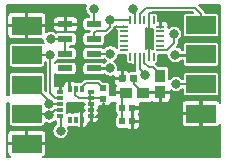
<source format=gbr>
G04 #@! TF.GenerationSoftware,KiCad,Pcbnew,(5.1.5)-3*
G04 #@! TF.CreationDate,2020-05-26T17:42:23+09:00*
G04 #@! TF.ProjectId,FMU3_Sensors_make,464d5533-5f53-4656-9e73-6f72735f6d61,rev?*
G04 #@! TF.SameCoordinates,Original*
G04 #@! TF.FileFunction,Copper,L1,Top*
G04 #@! TF.FilePolarity,Positive*
%FSLAX46Y46*%
G04 Gerber Fmt 4.6, Leading zero omitted, Abs format (unit mm)*
G04 Created by KiCad (PCBNEW (5.1.5)-3) date 2020-05-26 17:42:23*
%MOMM*%
%LPD*%
G04 APERTURE LIST*
%ADD10R,0.300000X0.600000*%
%ADD11R,0.600000X0.300000*%
%ADD12R,0.640000X0.150000*%
%ADD13R,0.150000X0.640000*%
%ADD14R,1.010000X0.930000*%
%ADD15R,0.540000X0.600000*%
%ADD16R,0.930000X1.010000*%
%ADD17R,0.600000X0.540000*%
%ADD18R,2.500000X1.500000*%
%ADD19C,0.100000*%
%ADD20R,1.310000X0.530000*%
%ADD21C,0.800000*%
%ADD22C,0.200000*%
%ADD23C,0.250000*%
G04 APERTURE END LIST*
D10*
X132180000Y-41910000D03*
X132680000Y-41910000D03*
X133180000Y-41910000D03*
D11*
X133980000Y-42210000D03*
X133980000Y-42710000D03*
X133980000Y-43210000D03*
X133980000Y-43710000D03*
X133980000Y-44210000D03*
D10*
X133180000Y-44510000D03*
X132680000Y-44510000D03*
X132180000Y-44510000D03*
D11*
X131380000Y-44210000D03*
X131380000Y-43710000D03*
X131380000Y-43210000D03*
X131380000Y-42710000D03*
X131380000Y-42210000D03*
D12*
X136755001Y-36645001D03*
X136755001Y-37045001D03*
X136755001Y-37445001D03*
X136755001Y-37845001D03*
X136755001Y-38245001D03*
X136755001Y-38645001D03*
D13*
X137300001Y-39190001D03*
X137700001Y-39190001D03*
X138100001Y-39190001D03*
X138500001Y-39190001D03*
X138900001Y-39190001D03*
X139300001Y-39190001D03*
D12*
X139845001Y-38645001D03*
X139845001Y-38245001D03*
X139845001Y-37845001D03*
X139845001Y-37445001D03*
X139845001Y-37045001D03*
X139845001Y-36645001D03*
D13*
X139300001Y-36100001D03*
X138900001Y-36100001D03*
X138500001Y-36100001D03*
X138100001Y-36100001D03*
X137700001Y-36100001D03*
X137300001Y-36100001D03*
D14*
X138349000Y-42250000D03*
X136931000Y-42250000D03*
D15*
X136600000Y-43530000D03*
X137460000Y-43530000D03*
D16*
X139850000Y-40791000D03*
X139850000Y-42209000D03*
D15*
X137460000Y-44670000D03*
X136600000Y-44670000D03*
D17*
X135000000Y-41870000D03*
X135000000Y-42730000D03*
D18*
X143290000Y-36500000D03*
X143290000Y-39000000D03*
X143290000Y-44000000D03*
X143290000Y-41500000D03*
X128540000Y-44050000D03*
X128540000Y-36550000D03*
X128540000Y-41550000D03*
X128540000Y-39050000D03*
X128540000Y-46550000D03*
G04 #@! TA.AperFunction,SMDPad,CuDef*
D19*
G36*
X136776958Y-40700710D02*
G01*
X136791276Y-40702834D01*
X136805317Y-40706351D01*
X136818946Y-40711228D01*
X136832031Y-40717417D01*
X136844447Y-40724858D01*
X136856073Y-40733481D01*
X136866798Y-40743202D01*
X136876519Y-40753927D01*
X136885142Y-40765553D01*
X136892583Y-40777969D01*
X136898772Y-40791054D01*
X136903649Y-40804683D01*
X136907166Y-40818724D01*
X136909290Y-40833042D01*
X136910000Y-40847500D01*
X136910000Y-41192500D01*
X136909290Y-41206958D01*
X136907166Y-41221276D01*
X136903649Y-41235317D01*
X136898772Y-41248946D01*
X136892583Y-41262031D01*
X136885142Y-41274447D01*
X136876519Y-41286073D01*
X136866798Y-41296798D01*
X136856073Y-41306519D01*
X136844447Y-41315142D01*
X136832031Y-41322583D01*
X136818946Y-41328772D01*
X136805317Y-41333649D01*
X136791276Y-41337166D01*
X136776958Y-41339290D01*
X136762500Y-41340000D01*
X136467500Y-41340000D01*
X136453042Y-41339290D01*
X136438724Y-41337166D01*
X136424683Y-41333649D01*
X136411054Y-41328772D01*
X136397969Y-41322583D01*
X136385553Y-41315142D01*
X136373927Y-41306519D01*
X136363202Y-41296798D01*
X136353481Y-41286073D01*
X136344858Y-41274447D01*
X136337417Y-41262031D01*
X136331228Y-41248946D01*
X136326351Y-41235317D01*
X136322834Y-41221276D01*
X136320710Y-41206958D01*
X136320000Y-41192500D01*
X136320000Y-40847500D01*
X136320710Y-40833042D01*
X136322834Y-40818724D01*
X136326351Y-40804683D01*
X136331228Y-40791054D01*
X136337417Y-40777969D01*
X136344858Y-40765553D01*
X136353481Y-40753927D01*
X136363202Y-40743202D01*
X136373927Y-40733481D01*
X136385553Y-40724858D01*
X136397969Y-40717417D01*
X136411054Y-40711228D01*
X136424683Y-40706351D01*
X136438724Y-40702834D01*
X136453042Y-40700710D01*
X136467500Y-40700000D01*
X136762500Y-40700000D01*
X136776958Y-40700710D01*
G37*
G04 #@! TD.AperFunction*
G04 #@! TA.AperFunction,SMDPad,CuDef*
G36*
X137746958Y-40700710D02*
G01*
X137761276Y-40702834D01*
X137775317Y-40706351D01*
X137788946Y-40711228D01*
X137802031Y-40717417D01*
X137814447Y-40724858D01*
X137826073Y-40733481D01*
X137836798Y-40743202D01*
X137846519Y-40753927D01*
X137855142Y-40765553D01*
X137862583Y-40777969D01*
X137868772Y-40791054D01*
X137873649Y-40804683D01*
X137877166Y-40818724D01*
X137879290Y-40833042D01*
X137880000Y-40847500D01*
X137880000Y-41192500D01*
X137879290Y-41206958D01*
X137877166Y-41221276D01*
X137873649Y-41235317D01*
X137868772Y-41248946D01*
X137862583Y-41262031D01*
X137855142Y-41274447D01*
X137846519Y-41286073D01*
X137836798Y-41296798D01*
X137826073Y-41306519D01*
X137814447Y-41315142D01*
X137802031Y-41322583D01*
X137788946Y-41328772D01*
X137775317Y-41333649D01*
X137761276Y-41337166D01*
X137746958Y-41339290D01*
X137732500Y-41340000D01*
X137437500Y-41340000D01*
X137423042Y-41339290D01*
X137408724Y-41337166D01*
X137394683Y-41333649D01*
X137381054Y-41328772D01*
X137367969Y-41322583D01*
X137355553Y-41315142D01*
X137343927Y-41306519D01*
X137333202Y-41296798D01*
X137323481Y-41286073D01*
X137314858Y-41274447D01*
X137307417Y-41262031D01*
X137301228Y-41248946D01*
X137296351Y-41235317D01*
X137292834Y-41221276D01*
X137290710Y-41206958D01*
X137290000Y-41192500D01*
X137290000Y-40847500D01*
X137290710Y-40833042D01*
X137292834Y-40818724D01*
X137296351Y-40804683D01*
X137301228Y-40791054D01*
X137307417Y-40777969D01*
X137314858Y-40765553D01*
X137323481Y-40753927D01*
X137333202Y-40743202D01*
X137343927Y-40733481D01*
X137355553Y-40724858D01*
X137367969Y-40717417D01*
X137381054Y-40711228D01*
X137394683Y-40706351D01*
X137408724Y-40702834D01*
X137423042Y-40700710D01*
X137437500Y-40700000D01*
X137732500Y-40700000D01*
X137746958Y-40700710D01*
G37*
G04 #@! TD.AperFunction*
D20*
X131807001Y-36430001D03*
X134207001Y-36430001D03*
X131807001Y-37680001D03*
X131807001Y-38930001D03*
X131807001Y-40180001D03*
X134207001Y-40180001D03*
X134207001Y-38930001D03*
X134207001Y-37680001D03*
D21*
X141000000Y-37250000D03*
X135580000Y-37710000D03*
X143340000Y-45810000D03*
X130560000Y-37680000D03*
X135580000Y-40180000D03*
X141110000Y-39010000D03*
X131390000Y-45480000D03*
X141170000Y-41500000D03*
X138573396Y-40717214D03*
X135620000Y-38930000D03*
X130426583Y-44159650D03*
X130400049Y-43160001D03*
X135539413Y-36089234D03*
X137500000Y-35125000D03*
X134200000Y-35125000D03*
X130530000Y-39050000D03*
D22*
X137700001Y-39190001D02*
X137700001Y-39934999D01*
X136755001Y-36645001D02*
X135964999Y-36645001D01*
X141000000Y-38025004D02*
X141000000Y-37250000D01*
X139845001Y-38645001D02*
X140380003Y-38645001D01*
X140380003Y-38645001D02*
X141000000Y-38025004D01*
X136600000Y-42581000D02*
X136600000Y-43530000D01*
X136931000Y-42250000D02*
X136600000Y-42581000D01*
X136600000Y-43530000D02*
X136600000Y-44670000D01*
X138349000Y-42250000D02*
X138349000Y-42611000D01*
X137585000Y-41486000D02*
X138349000Y-42250000D01*
X137585000Y-41020000D02*
X137585000Y-41486000D01*
X133910000Y-42200000D02*
X133910000Y-42700000D01*
X133910000Y-42700000D02*
X133910000Y-43200000D01*
X134970000Y-42700000D02*
X135000000Y-42730000D01*
X133910000Y-42700000D02*
X134970000Y-42700000D01*
X133465000Y-42700000D02*
X133910000Y-42700000D01*
X132949998Y-42700000D02*
X133465000Y-42700000D01*
X132650000Y-42400002D02*
X132949998Y-42700000D01*
X132650000Y-41940000D02*
X132650000Y-42400002D01*
X131807001Y-37680001D02*
X131807001Y-38930001D01*
X131807001Y-37680001D02*
X130560001Y-37680001D01*
X130560001Y-37680001D02*
X130560000Y-37680000D01*
X139809000Y-42250000D02*
X139850000Y-42209000D01*
X138349000Y-42250000D02*
X139809000Y-42250000D01*
X138900001Y-36620001D02*
X138900001Y-39190001D01*
X138900001Y-36100001D02*
X138900001Y-36620001D01*
D23*
X139845001Y-36320001D02*
X139845001Y-36645001D01*
X139845001Y-35664999D02*
X139845001Y-36320001D01*
X139635002Y-35455000D02*
X139845001Y-35664999D01*
D22*
X138900001Y-36100001D02*
X138900000Y-35530000D01*
X138975000Y-35455000D02*
X139635002Y-35455000D01*
X138900000Y-35530000D02*
X138975000Y-35455000D01*
X143290000Y-35550000D02*
X143290000Y-36500000D01*
X138100001Y-35561001D02*
X138631010Y-35029992D01*
X142769992Y-35029992D02*
X143290000Y-35550000D01*
X138631010Y-35029992D02*
X142769992Y-35029992D01*
X138100001Y-36100001D02*
X138100001Y-35561001D01*
D23*
X134207001Y-40180001D02*
X135579999Y-40180001D01*
X135579999Y-40180001D02*
X135580000Y-40180000D01*
X143280000Y-39010000D02*
X143290000Y-39000000D01*
X141110000Y-39010000D02*
X143280000Y-39010000D01*
D22*
X143290000Y-41500000D02*
X141170000Y-41500000D01*
X131390000Y-44200000D02*
X131390000Y-45480000D01*
X138100001Y-39190001D02*
X138100001Y-40243819D01*
X138100001Y-40243819D02*
X138573396Y-40717214D01*
X134207001Y-38930001D02*
X135619999Y-38930001D01*
X135619999Y-38930001D02*
X135620000Y-38930000D01*
X131390000Y-43700000D02*
X130886233Y-43700000D01*
X130886233Y-43700000D02*
X130426583Y-44159650D01*
X130316933Y-44050000D02*
X130426583Y-44159650D01*
X128540000Y-44050000D02*
X130316933Y-44050000D01*
X131390000Y-43200000D02*
X130440048Y-43200000D01*
X130440048Y-43200000D02*
X130400049Y-43160001D01*
X130400049Y-42910049D02*
X130400049Y-43160001D01*
X129040000Y-41550000D02*
X130400049Y-42910049D01*
X128540000Y-41550000D02*
X129040000Y-41550000D01*
X137300001Y-36100001D02*
X135550180Y-36100001D01*
X135550180Y-36100001D02*
X135539413Y-36089234D01*
X135539413Y-36654919D02*
X135539413Y-36089234D01*
X135199330Y-36995002D02*
X135539413Y-36654919D01*
X134427000Y-36995002D02*
X135199330Y-36995002D01*
X134207001Y-37215001D02*
X134427000Y-36995002D01*
X134207001Y-37680001D02*
X134207001Y-37215001D01*
X137700001Y-36100001D02*
X137700001Y-35325001D01*
X137700001Y-35325001D02*
X137500000Y-35125000D01*
X134207001Y-36430001D02*
X134207001Y-35132001D01*
X134207001Y-35132001D02*
X134200000Y-35125000D01*
X128540000Y-39050000D02*
X130530000Y-39050000D01*
X130530000Y-39615685D02*
X130530000Y-39050000D01*
X130530000Y-42300002D02*
X130530000Y-39615685D01*
X130929998Y-42700000D02*
X130530000Y-42300002D01*
X131390000Y-42700000D02*
X130929998Y-42700000D01*
X139850000Y-40751000D02*
X139850000Y-40791000D01*
X138876000Y-40086000D02*
X139185000Y-40086000D01*
X138500001Y-39710001D02*
X138876000Y-40086000D01*
X139185000Y-40086000D02*
X139850000Y-40751000D01*
X138500001Y-39190001D02*
X138500001Y-39710001D01*
X133575000Y-41445000D02*
X133150000Y-41870000D01*
X134545000Y-41445000D02*
X133575000Y-41445000D01*
X134970000Y-41870000D02*
X134545000Y-41445000D01*
D23*
X135000000Y-41870000D02*
X134970000Y-41870000D01*
D22*
G36*
X133526901Y-34920818D02*
G01*
X133500000Y-35056056D01*
X133500000Y-35193944D01*
X133526901Y-35329182D01*
X133579668Y-35456574D01*
X133656274Y-35571224D01*
X133753776Y-35668726D01*
X133807002Y-35704290D01*
X133807001Y-35863550D01*
X133552001Y-35863550D01*
X133493191Y-35869342D01*
X133436641Y-35886497D01*
X133384524Y-35914354D01*
X133338843Y-35951843D01*
X133301354Y-35997524D01*
X133273497Y-36049641D01*
X133256342Y-36106191D01*
X133250550Y-36165001D01*
X133250550Y-36695001D01*
X133256342Y-36753811D01*
X133273497Y-36810361D01*
X133301354Y-36862478D01*
X133338843Y-36908159D01*
X133384524Y-36945648D01*
X133436641Y-36973505D01*
X133493191Y-36990660D01*
X133552001Y-36996452D01*
X133870263Y-36996452D01*
X133835662Y-37061187D01*
X133819778Y-37113550D01*
X133552001Y-37113550D01*
X133493191Y-37119342D01*
X133436641Y-37136497D01*
X133384524Y-37164354D01*
X133338843Y-37201843D01*
X133301354Y-37247524D01*
X133273497Y-37299641D01*
X133256342Y-37356191D01*
X133250550Y-37415001D01*
X133250550Y-37945001D01*
X133256342Y-38003811D01*
X133273497Y-38060361D01*
X133301354Y-38112478D01*
X133338843Y-38158159D01*
X133384524Y-38195648D01*
X133436641Y-38223505D01*
X133493191Y-38240660D01*
X133552001Y-38246452D01*
X134862001Y-38246452D01*
X134920811Y-38240660D01*
X134977361Y-38223505D01*
X135029478Y-38195648D01*
X135075159Y-38158159D01*
X135112648Y-38112478D01*
X135140505Y-38060361D01*
X135157660Y-38003811D01*
X135163452Y-37945001D01*
X135163452Y-37415001D01*
X135161482Y-37395002D01*
X135179684Y-37395002D01*
X135199330Y-37396937D01*
X135218976Y-37395002D01*
X135218977Y-37395002D01*
X135277744Y-37389214D01*
X135353144Y-37366342D01*
X135422633Y-37329199D01*
X135483541Y-37279213D01*
X135496067Y-37263950D01*
X135808367Y-36951651D01*
X135823624Y-36939130D01*
X135840716Y-36918304D01*
X135873610Y-36878222D01*
X135886214Y-36854641D01*
X135910753Y-36808733D01*
X135933625Y-36733333D01*
X135939413Y-36674566D01*
X135939413Y-36674565D01*
X135940543Y-36663090D01*
X135985637Y-36632960D01*
X136054299Y-36564299D01*
X136135001Y-36645001D01*
X136035001Y-36745001D01*
X136042787Y-36807865D01*
X136067465Y-36882694D01*
X136106267Y-36951271D01*
X136133550Y-36982932D01*
X136133550Y-37120001D01*
X136139342Y-37178811D01*
X136156497Y-37235361D01*
X136161650Y-37245001D01*
X136156497Y-37254641D01*
X136139342Y-37311191D01*
X136133550Y-37370001D01*
X136133550Y-37520001D01*
X136139342Y-37578811D01*
X136156497Y-37635361D01*
X136161650Y-37645001D01*
X136156497Y-37654641D01*
X136139342Y-37711191D01*
X136133550Y-37770001D01*
X136133550Y-37920001D01*
X136139342Y-37978811D01*
X136156497Y-38035361D01*
X136161650Y-38045001D01*
X136156497Y-38054641D01*
X136139342Y-38111191D01*
X136133550Y-38170001D01*
X136133550Y-38320001D01*
X136139342Y-38378811D01*
X136156497Y-38435361D01*
X136161650Y-38445001D01*
X136156497Y-38454641D01*
X136151398Y-38471448D01*
X136066224Y-38386274D01*
X135951574Y-38309668D01*
X135824182Y-38256901D01*
X135688944Y-38230000D01*
X135551056Y-38230000D01*
X135415818Y-38256901D01*
X135288426Y-38309668D01*
X135173776Y-38386274D01*
X135090055Y-38469995D01*
X135075159Y-38451843D01*
X135029478Y-38414354D01*
X134977361Y-38386497D01*
X134920811Y-38369342D01*
X134862001Y-38363550D01*
X133552001Y-38363550D01*
X133493191Y-38369342D01*
X133436641Y-38386497D01*
X133384524Y-38414354D01*
X133338843Y-38451843D01*
X133301354Y-38497524D01*
X133273497Y-38549641D01*
X133256342Y-38606191D01*
X133250550Y-38665001D01*
X133250550Y-39195001D01*
X133256342Y-39253811D01*
X133273497Y-39310361D01*
X133301354Y-39362478D01*
X133338843Y-39408159D01*
X133384524Y-39445648D01*
X133436641Y-39473505D01*
X133493191Y-39490660D01*
X133552001Y-39496452D01*
X134862001Y-39496452D01*
X134920811Y-39490660D01*
X134977361Y-39473505D01*
X135029478Y-39445648D01*
X135075159Y-39408159D01*
X135090056Y-39390006D01*
X135173776Y-39473726D01*
X135281744Y-39545867D01*
X135248426Y-39559668D01*
X135133776Y-39636274D01*
X135071341Y-39698709D01*
X135029478Y-39664354D01*
X134977361Y-39636497D01*
X134920811Y-39619342D01*
X134862001Y-39613550D01*
X133552001Y-39613550D01*
X133493191Y-39619342D01*
X133436641Y-39636497D01*
X133384524Y-39664354D01*
X133338843Y-39701843D01*
X133301354Y-39747524D01*
X133273497Y-39799641D01*
X133256342Y-39856191D01*
X133250550Y-39915001D01*
X133250550Y-40445001D01*
X133256342Y-40503811D01*
X133273497Y-40560361D01*
X133301354Y-40612478D01*
X133338843Y-40658159D01*
X133384524Y-40695648D01*
X133436641Y-40723505D01*
X133493191Y-40740660D01*
X133552001Y-40746452D01*
X134862001Y-40746452D01*
X134920811Y-40740660D01*
X134977361Y-40723505D01*
X135029478Y-40695648D01*
X135071342Y-40661292D01*
X135133776Y-40723726D01*
X135248426Y-40800332D01*
X135375818Y-40853099D01*
X135511056Y-40880000D01*
X135648944Y-40880000D01*
X135784182Y-40853099D01*
X135911574Y-40800332D01*
X135919149Y-40795270D01*
X135920000Y-40870000D01*
X136020000Y-40970000D01*
X136565000Y-40970000D01*
X136565000Y-40400000D01*
X136465000Y-40300000D01*
X136320000Y-40298065D01*
X136269234Y-40303065D01*
X136280000Y-40248944D01*
X136280000Y-40111056D01*
X136253099Y-39975818D01*
X136200332Y-39848426D01*
X136123726Y-39733776D01*
X136026224Y-39636274D01*
X135918256Y-39564133D01*
X135951574Y-39550332D01*
X136066224Y-39473726D01*
X136163726Y-39376224D01*
X136240332Y-39261574D01*
X136293099Y-39134182D01*
X136320000Y-38998944D01*
X136320000Y-38998614D01*
X136376191Y-39015660D01*
X136435001Y-39021452D01*
X136923550Y-39021452D01*
X136923550Y-39510001D01*
X136929342Y-39568811D01*
X136946497Y-39625361D01*
X136974354Y-39677478D01*
X137011843Y-39723159D01*
X137057524Y-39760648D01*
X137109641Y-39788505D01*
X137166191Y-39805660D01*
X137225001Y-39811452D01*
X137362070Y-39811452D01*
X137393731Y-39838735D01*
X137462308Y-39877537D01*
X137537137Y-39902215D01*
X137600001Y-39910001D01*
X137649999Y-39860003D01*
X137649999Y-39910001D01*
X137700002Y-39910001D01*
X137700002Y-40224163D01*
X137698066Y-40243819D01*
X137705789Y-40322232D01*
X137728662Y-40397633D01*
X137729152Y-40398549D01*
X137437500Y-40398549D01*
X137349914Y-40407175D01*
X137265694Y-40432723D01*
X137225667Y-40454118D01*
X137194211Y-40415789D01*
X137133303Y-40365803D01*
X137063814Y-40328660D01*
X136988414Y-40305788D01*
X136910000Y-40298065D01*
X136765000Y-40300000D01*
X136665000Y-40400000D01*
X136665000Y-40970000D01*
X136685000Y-40970000D01*
X136685000Y-41070000D01*
X136665000Y-41070000D01*
X136665000Y-41090000D01*
X136565000Y-41090000D01*
X136565000Y-41070000D01*
X136020000Y-41070000D01*
X135920000Y-41170000D01*
X135918065Y-41340000D01*
X135925788Y-41418414D01*
X135948660Y-41493814D01*
X135985803Y-41563303D01*
X136035789Y-41624211D01*
X136052593Y-41638001D01*
X136031788Y-41706586D01*
X136024065Y-41785000D01*
X136026000Y-42100000D01*
X136126000Y-42200000D01*
X136881000Y-42200000D01*
X136881000Y-42180000D01*
X136981000Y-42180000D01*
X136981000Y-42200000D01*
X137001000Y-42200000D01*
X137001000Y-42300000D01*
X136981000Y-42300000D01*
X136981000Y-42320000D01*
X136881000Y-42320000D01*
X136881000Y-42300000D01*
X136126000Y-42300000D01*
X136026000Y-42400000D01*
X135595298Y-42400000D01*
X135578504Y-42344640D01*
X135554644Y-42300000D01*
X135578504Y-42255360D01*
X135595659Y-42198810D01*
X135601451Y-42140000D01*
X135601451Y-41600000D01*
X135595659Y-41541190D01*
X135578504Y-41484640D01*
X135550647Y-41432523D01*
X135513158Y-41386842D01*
X135467477Y-41349353D01*
X135415360Y-41321496D01*
X135358810Y-41304341D01*
X135300000Y-41298549D01*
X134964234Y-41298549D01*
X134841737Y-41176052D01*
X134829211Y-41160789D01*
X134768303Y-41110803D01*
X134698814Y-41073660D01*
X134623414Y-41050788D01*
X134564647Y-41045000D01*
X134564646Y-41045000D01*
X134545000Y-41043065D01*
X134525354Y-41045000D01*
X133594647Y-41045000D01*
X133575000Y-41043065D01*
X133555353Y-41045000D01*
X133496586Y-41050788D01*
X133421186Y-41073660D01*
X133351697Y-41110803D01*
X133306049Y-41148265D01*
X133306047Y-41148267D01*
X133290789Y-41160789D01*
X133278267Y-41176047D01*
X133145765Y-41308549D01*
X133030000Y-41308549D01*
X132971190Y-41314341D01*
X132930000Y-41326836D01*
X132888810Y-41314341D01*
X132830000Y-41308549D01*
X132593204Y-41308549D01*
X132553303Y-41275803D01*
X132483814Y-41238660D01*
X132408414Y-41215788D01*
X132330000Y-41208065D01*
X132330000Y-41210000D01*
X132230000Y-41310000D01*
X132230000Y-41595267D01*
X132228549Y-41610000D01*
X132228549Y-41980000D01*
X132130000Y-41980000D01*
X132130000Y-41960000D01*
X132110000Y-41960000D01*
X132110000Y-41860000D01*
X132130000Y-41860000D01*
X132130000Y-41310000D01*
X132030000Y-41210000D01*
X132030000Y-41208065D01*
X131951586Y-41215788D01*
X131876186Y-41238660D01*
X131806697Y-41275803D01*
X131745789Y-41325789D01*
X131695803Y-41386697D01*
X131658660Y-41456186D01*
X131635788Y-41531586D01*
X131628065Y-41610000D01*
X131628694Y-41658727D01*
X131530000Y-41660000D01*
X131430000Y-41760000D01*
X131430000Y-42160000D01*
X131450000Y-42160000D01*
X131450000Y-42258549D01*
X131310000Y-42258549D01*
X131310000Y-42160000D01*
X131330000Y-42160000D01*
X131330000Y-41760000D01*
X131230000Y-41660000D01*
X131080000Y-41658065D01*
X131001586Y-41665788D01*
X130930000Y-41687503D01*
X130930000Y-40647384D01*
X130938843Y-40658159D01*
X130984524Y-40695648D01*
X131036641Y-40723505D01*
X131093191Y-40740660D01*
X131152001Y-40746452D01*
X132462001Y-40746452D01*
X132520811Y-40740660D01*
X132577361Y-40723505D01*
X132629478Y-40695648D01*
X132675159Y-40658159D01*
X132712648Y-40612478D01*
X132740505Y-40560361D01*
X132757660Y-40503811D01*
X132763452Y-40445001D01*
X132763452Y-39915001D01*
X132757660Y-39856191D01*
X132740505Y-39799641D01*
X132712648Y-39747524D01*
X132675159Y-39701843D01*
X132629478Y-39664354D01*
X132577361Y-39636497D01*
X132520811Y-39619342D01*
X132462001Y-39613550D01*
X131152001Y-39613550D01*
X131093191Y-39619342D01*
X131036641Y-39636497D01*
X130984524Y-39664354D01*
X130938843Y-39701843D01*
X130930000Y-39712618D01*
X130930000Y-39624612D01*
X130976224Y-39593726D01*
X131073726Y-39496224D01*
X131080098Y-39486688D01*
X131093191Y-39490660D01*
X131152001Y-39496452D01*
X132462001Y-39496452D01*
X132520811Y-39490660D01*
X132577361Y-39473505D01*
X132629478Y-39445648D01*
X132675159Y-39408159D01*
X132712648Y-39362478D01*
X132740505Y-39310361D01*
X132757660Y-39253811D01*
X132763452Y-39195001D01*
X132763452Y-38665001D01*
X132757660Y-38606191D01*
X132740505Y-38549641D01*
X132712648Y-38497524D01*
X132675159Y-38451843D01*
X132629478Y-38414354D01*
X132577361Y-38386497D01*
X132520811Y-38369342D01*
X132462001Y-38363550D01*
X132207001Y-38363550D01*
X132207001Y-38246452D01*
X132462001Y-38246452D01*
X132520811Y-38240660D01*
X132577361Y-38223505D01*
X132629478Y-38195648D01*
X132675159Y-38158159D01*
X132712648Y-38112478D01*
X132740505Y-38060361D01*
X132757660Y-38003811D01*
X132763452Y-37945001D01*
X132763452Y-37415001D01*
X132757660Y-37356191D01*
X132740505Y-37299641D01*
X132712648Y-37247524D01*
X132675159Y-37201843D01*
X132629478Y-37164354D01*
X132577361Y-37136497D01*
X132520811Y-37119342D01*
X132462001Y-37113550D01*
X131152001Y-37113550D01*
X131093191Y-37119342D01*
X131036641Y-37136497D01*
X131016964Y-37147014D01*
X131006224Y-37136274D01*
X130891574Y-37059668D01*
X130764182Y-37006901D01*
X130628944Y-36980000D01*
X130491056Y-36980000D01*
X130355818Y-37006901D01*
X130228426Y-37059668D01*
X130191240Y-37084515D01*
X130190000Y-36700000D01*
X130185001Y-36695001D01*
X130750066Y-36695001D01*
X130757789Y-36773415D01*
X130780661Y-36848815D01*
X130817804Y-36918304D01*
X130867790Y-36979212D01*
X130928698Y-37029198D01*
X130998187Y-37066341D01*
X131073587Y-37089213D01*
X131152001Y-37096936D01*
X131657001Y-37095001D01*
X131757001Y-36995001D01*
X131757001Y-36480001D01*
X131857001Y-36480001D01*
X131857001Y-36995001D01*
X131957001Y-37095001D01*
X132462001Y-37096936D01*
X132540415Y-37089213D01*
X132615815Y-37066341D01*
X132685304Y-37029198D01*
X132746212Y-36979212D01*
X132796198Y-36918304D01*
X132833341Y-36848815D01*
X132856213Y-36773415D01*
X132863936Y-36695001D01*
X132862001Y-36580001D01*
X132762001Y-36480001D01*
X131857001Y-36480001D01*
X131757001Y-36480001D01*
X130852001Y-36480001D01*
X130752001Y-36580001D01*
X130750066Y-36695001D01*
X130185001Y-36695001D01*
X130090000Y-36600000D01*
X128590000Y-36600000D01*
X128590000Y-37600000D01*
X128690000Y-37700000D01*
X129790000Y-37701935D01*
X129860000Y-37695041D01*
X129860000Y-37748944D01*
X129886901Y-37884182D01*
X129939668Y-38011574D01*
X129973936Y-38062861D01*
X129957477Y-38049353D01*
X129905360Y-38021496D01*
X129848810Y-38004341D01*
X129790000Y-37998549D01*
X127290000Y-37998549D01*
X127231190Y-38004341D01*
X127174640Y-38021496D01*
X127122523Y-38049353D01*
X127076842Y-38086842D01*
X127039353Y-38132523D01*
X127011496Y-38184640D01*
X126994341Y-38241190D01*
X126988549Y-38300000D01*
X126988549Y-39800000D01*
X126994341Y-39858810D01*
X127011496Y-39915360D01*
X127039353Y-39967477D01*
X127076842Y-40013158D01*
X127122523Y-40050647D01*
X127174640Y-40078504D01*
X127231190Y-40095659D01*
X127290000Y-40101451D01*
X129790000Y-40101451D01*
X129848810Y-40095659D01*
X129905360Y-40078504D01*
X129957477Y-40050647D01*
X130003158Y-40013158D01*
X130040647Y-39967477D01*
X130068504Y-39915360D01*
X130085659Y-39858810D01*
X130091451Y-39800000D01*
X130091451Y-39598854D01*
X130130000Y-39624612D01*
X130130000Y-39635331D01*
X130130001Y-39635341D01*
X130130000Y-42074314D01*
X130091451Y-42035765D01*
X130091451Y-40800000D01*
X130085659Y-40741190D01*
X130068504Y-40684640D01*
X130040647Y-40632523D01*
X130003158Y-40586842D01*
X129957477Y-40549353D01*
X129905360Y-40521496D01*
X129848810Y-40504341D01*
X129790000Y-40498549D01*
X127290000Y-40498549D01*
X127231190Y-40504341D01*
X127174640Y-40521496D01*
X127122523Y-40549353D01*
X127076842Y-40586842D01*
X127039353Y-40632523D01*
X127011496Y-40684640D01*
X126994341Y-40741190D01*
X126988549Y-40800000D01*
X126988549Y-42300000D01*
X126994341Y-42358810D01*
X127006836Y-42400000D01*
X126825000Y-42400000D01*
X126825000Y-37300000D01*
X126888065Y-37300000D01*
X126895788Y-37378414D01*
X126918660Y-37453814D01*
X126955803Y-37523303D01*
X127005789Y-37584211D01*
X127066697Y-37634197D01*
X127136186Y-37671340D01*
X127211586Y-37694212D01*
X127290000Y-37701935D01*
X128390000Y-37700000D01*
X128490000Y-37600000D01*
X128490000Y-36600000D01*
X126990000Y-36600000D01*
X126890000Y-36700000D01*
X126888065Y-37300000D01*
X126825000Y-37300000D01*
X126825000Y-35800000D01*
X126888065Y-35800000D01*
X126890000Y-36400000D01*
X126990000Y-36500000D01*
X128490000Y-36500000D01*
X128490000Y-35500000D01*
X128590000Y-35500000D01*
X128590000Y-36500000D01*
X130090000Y-36500000D01*
X130190000Y-36400000D01*
X130190757Y-36165001D01*
X130750066Y-36165001D01*
X130752001Y-36280001D01*
X130852001Y-36380001D01*
X131757001Y-36380001D01*
X131757001Y-35865001D01*
X131857001Y-35865001D01*
X131857001Y-36380001D01*
X132762001Y-36380001D01*
X132862001Y-36280001D01*
X132863936Y-36165001D01*
X132856213Y-36086587D01*
X132833341Y-36011187D01*
X132796198Y-35941698D01*
X132746212Y-35880790D01*
X132685304Y-35830804D01*
X132615815Y-35793661D01*
X132540415Y-35770789D01*
X132462001Y-35763066D01*
X131957001Y-35765001D01*
X131857001Y-35865001D01*
X131757001Y-35865001D01*
X131657001Y-35765001D01*
X131152001Y-35763066D01*
X131073587Y-35770789D01*
X130998187Y-35793661D01*
X130928698Y-35830804D01*
X130867790Y-35880790D01*
X130817804Y-35941698D01*
X130780661Y-36011187D01*
X130757789Y-36086587D01*
X130750066Y-36165001D01*
X130190757Y-36165001D01*
X130191935Y-35800000D01*
X130184212Y-35721586D01*
X130161340Y-35646186D01*
X130124197Y-35576697D01*
X130074211Y-35515789D01*
X130013303Y-35465803D01*
X129943814Y-35428660D01*
X129868414Y-35405788D01*
X129790000Y-35398065D01*
X128690000Y-35400000D01*
X128590000Y-35500000D01*
X128490000Y-35500000D01*
X128390000Y-35400000D01*
X127290000Y-35398065D01*
X127211586Y-35405788D01*
X127136186Y-35428660D01*
X127066697Y-35465803D01*
X127005789Y-35515789D01*
X126955803Y-35576697D01*
X126918660Y-35646186D01*
X126895788Y-35721586D01*
X126888065Y-35800000D01*
X126825000Y-35800000D01*
X126825000Y-34825000D01*
X133566590Y-34825000D01*
X133526901Y-34920818D01*
G37*
X133526901Y-34920818D02*
X133500000Y-35056056D01*
X133500000Y-35193944D01*
X133526901Y-35329182D01*
X133579668Y-35456574D01*
X133656274Y-35571224D01*
X133753776Y-35668726D01*
X133807002Y-35704290D01*
X133807001Y-35863550D01*
X133552001Y-35863550D01*
X133493191Y-35869342D01*
X133436641Y-35886497D01*
X133384524Y-35914354D01*
X133338843Y-35951843D01*
X133301354Y-35997524D01*
X133273497Y-36049641D01*
X133256342Y-36106191D01*
X133250550Y-36165001D01*
X133250550Y-36695001D01*
X133256342Y-36753811D01*
X133273497Y-36810361D01*
X133301354Y-36862478D01*
X133338843Y-36908159D01*
X133384524Y-36945648D01*
X133436641Y-36973505D01*
X133493191Y-36990660D01*
X133552001Y-36996452D01*
X133870263Y-36996452D01*
X133835662Y-37061187D01*
X133819778Y-37113550D01*
X133552001Y-37113550D01*
X133493191Y-37119342D01*
X133436641Y-37136497D01*
X133384524Y-37164354D01*
X133338843Y-37201843D01*
X133301354Y-37247524D01*
X133273497Y-37299641D01*
X133256342Y-37356191D01*
X133250550Y-37415001D01*
X133250550Y-37945001D01*
X133256342Y-38003811D01*
X133273497Y-38060361D01*
X133301354Y-38112478D01*
X133338843Y-38158159D01*
X133384524Y-38195648D01*
X133436641Y-38223505D01*
X133493191Y-38240660D01*
X133552001Y-38246452D01*
X134862001Y-38246452D01*
X134920811Y-38240660D01*
X134977361Y-38223505D01*
X135029478Y-38195648D01*
X135075159Y-38158159D01*
X135112648Y-38112478D01*
X135140505Y-38060361D01*
X135157660Y-38003811D01*
X135163452Y-37945001D01*
X135163452Y-37415001D01*
X135161482Y-37395002D01*
X135179684Y-37395002D01*
X135199330Y-37396937D01*
X135218976Y-37395002D01*
X135218977Y-37395002D01*
X135277744Y-37389214D01*
X135353144Y-37366342D01*
X135422633Y-37329199D01*
X135483541Y-37279213D01*
X135496067Y-37263950D01*
X135808367Y-36951651D01*
X135823624Y-36939130D01*
X135840716Y-36918304D01*
X135873610Y-36878222D01*
X135886214Y-36854641D01*
X135910753Y-36808733D01*
X135933625Y-36733333D01*
X135939413Y-36674566D01*
X135939413Y-36674565D01*
X135940543Y-36663090D01*
X135985637Y-36632960D01*
X136054299Y-36564299D01*
X136135001Y-36645001D01*
X136035001Y-36745001D01*
X136042787Y-36807865D01*
X136067465Y-36882694D01*
X136106267Y-36951271D01*
X136133550Y-36982932D01*
X136133550Y-37120001D01*
X136139342Y-37178811D01*
X136156497Y-37235361D01*
X136161650Y-37245001D01*
X136156497Y-37254641D01*
X136139342Y-37311191D01*
X136133550Y-37370001D01*
X136133550Y-37520001D01*
X136139342Y-37578811D01*
X136156497Y-37635361D01*
X136161650Y-37645001D01*
X136156497Y-37654641D01*
X136139342Y-37711191D01*
X136133550Y-37770001D01*
X136133550Y-37920001D01*
X136139342Y-37978811D01*
X136156497Y-38035361D01*
X136161650Y-38045001D01*
X136156497Y-38054641D01*
X136139342Y-38111191D01*
X136133550Y-38170001D01*
X136133550Y-38320001D01*
X136139342Y-38378811D01*
X136156497Y-38435361D01*
X136161650Y-38445001D01*
X136156497Y-38454641D01*
X136151398Y-38471448D01*
X136066224Y-38386274D01*
X135951574Y-38309668D01*
X135824182Y-38256901D01*
X135688944Y-38230000D01*
X135551056Y-38230000D01*
X135415818Y-38256901D01*
X135288426Y-38309668D01*
X135173776Y-38386274D01*
X135090055Y-38469995D01*
X135075159Y-38451843D01*
X135029478Y-38414354D01*
X134977361Y-38386497D01*
X134920811Y-38369342D01*
X134862001Y-38363550D01*
X133552001Y-38363550D01*
X133493191Y-38369342D01*
X133436641Y-38386497D01*
X133384524Y-38414354D01*
X133338843Y-38451843D01*
X133301354Y-38497524D01*
X133273497Y-38549641D01*
X133256342Y-38606191D01*
X133250550Y-38665001D01*
X133250550Y-39195001D01*
X133256342Y-39253811D01*
X133273497Y-39310361D01*
X133301354Y-39362478D01*
X133338843Y-39408159D01*
X133384524Y-39445648D01*
X133436641Y-39473505D01*
X133493191Y-39490660D01*
X133552001Y-39496452D01*
X134862001Y-39496452D01*
X134920811Y-39490660D01*
X134977361Y-39473505D01*
X135029478Y-39445648D01*
X135075159Y-39408159D01*
X135090056Y-39390006D01*
X135173776Y-39473726D01*
X135281744Y-39545867D01*
X135248426Y-39559668D01*
X135133776Y-39636274D01*
X135071341Y-39698709D01*
X135029478Y-39664354D01*
X134977361Y-39636497D01*
X134920811Y-39619342D01*
X134862001Y-39613550D01*
X133552001Y-39613550D01*
X133493191Y-39619342D01*
X133436641Y-39636497D01*
X133384524Y-39664354D01*
X133338843Y-39701843D01*
X133301354Y-39747524D01*
X133273497Y-39799641D01*
X133256342Y-39856191D01*
X133250550Y-39915001D01*
X133250550Y-40445001D01*
X133256342Y-40503811D01*
X133273497Y-40560361D01*
X133301354Y-40612478D01*
X133338843Y-40658159D01*
X133384524Y-40695648D01*
X133436641Y-40723505D01*
X133493191Y-40740660D01*
X133552001Y-40746452D01*
X134862001Y-40746452D01*
X134920811Y-40740660D01*
X134977361Y-40723505D01*
X135029478Y-40695648D01*
X135071342Y-40661292D01*
X135133776Y-40723726D01*
X135248426Y-40800332D01*
X135375818Y-40853099D01*
X135511056Y-40880000D01*
X135648944Y-40880000D01*
X135784182Y-40853099D01*
X135911574Y-40800332D01*
X135919149Y-40795270D01*
X135920000Y-40870000D01*
X136020000Y-40970000D01*
X136565000Y-40970000D01*
X136565000Y-40400000D01*
X136465000Y-40300000D01*
X136320000Y-40298065D01*
X136269234Y-40303065D01*
X136280000Y-40248944D01*
X136280000Y-40111056D01*
X136253099Y-39975818D01*
X136200332Y-39848426D01*
X136123726Y-39733776D01*
X136026224Y-39636274D01*
X135918256Y-39564133D01*
X135951574Y-39550332D01*
X136066224Y-39473726D01*
X136163726Y-39376224D01*
X136240332Y-39261574D01*
X136293099Y-39134182D01*
X136320000Y-38998944D01*
X136320000Y-38998614D01*
X136376191Y-39015660D01*
X136435001Y-39021452D01*
X136923550Y-39021452D01*
X136923550Y-39510001D01*
X136929342Y-39568811D01*
X136946497Y-39625361D01*
X136974354Y-39677478D01*
X137011843Y-39723159D01*
X137057524Y-39760648D01*
X137109641Y-39788505D01*
X137166191Y-39805660D01*
X137225001Y-39811452D01*
X137362070Y-39811452D01*
X137393731Y-39838735D01*
X137462308Y-39877537D01*
X137537137Y-39902215D01*
X137600001Y-39910001D01*
X137649999Y-39860003D01*
X137649999Y-39910001D01*
X137700002Y-39910001D01*
X137700002Y-40224163D01*
X137698066Y-40243819D01*
X137705789Y-40322232D01*
X137728662Y-40397633D01*
X137729152Y-40398549D01*
X137437500Y-40398549D01*
X137349914Y-40407175D01*
X137265694Y-40432723D01*
X137225667Y-40454118D01*
X137194211Y-40415789D01*
X137133303Y-40365803D01*
X137063814Y-40328660D01*
X136988414Y-40305788D01*
X136910000Y-40298065D01*
X136765000Y-40300000D01*
X136665000Y-40400000D01*
X136665000Y-40970000D01*
X136685000Y-40970000D01*
X136685000Y-41070000D01*
X136665000Y-41070000D01*
X136665000Y-41090000D01*
X136565000Y-41090000D01*
X136565000Y-41070000D01*
X136020000Y-41070000D01*
X135920000Y-41170000D01*
X135918065Y-41340000D01*
X135925788Y-41418414D01*
X135948660Y-41493814D01*
X135985803Y-41563303D01*
X136035789Y-41624211D01*
X136052593Y-41638001D01*
X136031788Y-41706586D01*
X136024065Y-41785000D01*
X136026000Y-42100000D01*
X136126000Y-42200000D01*
X136881000Y-42200000D01*
X136881000Y-42180000D01*
X136981000Y-42180000D01*
X136981000Y-42200000D01*
X137001000Y-42200000D01*
X137001000Y-42300000D01*
X136981000Y-42300000D01*
X136981000Y-42320000D01*
X136881000Y-42320000D01*
X136881000Y-42300000D01*
X136126000Y-42300000D01*
X136026000Y-42400000D01*
X135595298Y-42400000D01*
X135578504Y-42344640D01*
X135554644Y-42300000D01*
X135578504Y-42255360D01*
X135595659Y-42198810D01*
X135601451Y-42140000D01*
X135601451Y-41600000D01*
X135595659Y-41541190D01*
X135578504Y-41484640D01*
X135550647Y-41432523D01*
X135513158Y-41386842D01*
X135467477Y-41349353D01*
X135415360Y-41321496D01*
X135358810Y-41304341D01*
X135300000Y-41298549D01*
X134964234Y-41298549D01*
X134841737Y-41176052D01*
X134829211Y-41160789D01*
X134768303Y-41110803D01*
X134698814Y-41073660D01*
X134623414Y-41050788D01*
X134564647Y-41045000D01*
X134564646Y-41045000D01*
X134545000Y-41043065D01*
X134525354Y-41045000D01*
X133594647Y-41045000D01*
X133575000Y-41043065D01*
X133555353Y-41045000D01*
X133496586Y-41050788D01*
X133421186Y-41073660D01*
X133351697Y-41110803D01*
X133306049Y-41148265D01*
X133306047Y-41148267D01*
X133290789Y-41160789D01*
X133278267Y-41176047D01*
X133145765Y-41308549D01*
X133030000Y-41308549D01*
X132971190Y-41314341D01*
X132930000Y-41326836D01*
X132888810Y-41314341D01*
X132830000Y-41308549D01*
X132593204Y-41308549D01*
X132553303Y-41275803D01*
X132483814Y-41238660D01*
X132408414Y-41215788D01*
X132330000Y-41208065D01*
X132330000Y-41210000D01*
X132230000Y-41310000D01*
X132230000Y-41595267D01*
X132228549Y-41610000D01*
X132228549Y-41980000D01*
X132130000Y-41980000D01*
X132130000Y-41960000D01*
X132110000Y-41960000D01*
X132110000Y-41860000D01*
X132130000Y-41860000D01*
X132130000Y-41310000D01*
X132030000Y-41210000D01*
X132030000Y-41208065D01*
X131951586Y-41215788D01*
X131876186Y-41238660D01*
X131806697Y-41275803D01*
X131745789Y-41325789D01*
X131695803Y-41386697D01*
X131658660Y-41456186D01*
X131635788Y-41531586D01*
X131628065Y-41610000D01*
X131628694Y-41658727D01*
X131530000Y-41660000D01*
X131430000Y-41760000D01*
X131430000Y-42160000D01*
X131450000Y-42160000D01*
X131450000Y-42258549D01*
X131310000Y-42258549D01*
X131310000Y-42160000D01*
X131330000Y-42160000D01*
X131330000Y-41760000D01*
X131230000Y-41660000D01*
X131080000Y-41658065D01*
X131001586Y-41665788D01*
X130930000Y-41687503D01*
X130930000Y-40647384D01*
X130938843Y-40658159D01*
X130984524Y-40695648D01*
X131036641Y-40723505D01*
X131093191Y-40740660D01*
X131152001Y-40746452D01*
X132462001Y-40746452D01*
X132520811Y-40740660D01*
X132577361Y-40723505D01*
X132629478Y-40695648D01*
X132675159Y-40658159D01*
X132712648Y-40612478D01*
X132740505Y-40560361D01*
X132757660Y-40503811D01*
X132763452Y-40445001D01*
X132763452Y-39915001D01*
X132757660Y-39856191D01*
X132740505Y-39799641D01*
X132712648Y-39747524D01*
X132675159Y-39701843D01*
X132629478Y-39664354D01*
X132577361Y-39636497D01*
X132520811Y-39619342D01*
X132462001Y-39613550D01*
X131152001Y-39613550D01*
X131093191Y-39619342D01*
X131036641Y-39636497D01*
X130984524Y-39664354D01*
X130938843Y-39701843D01*
X130930000Y-39712618D01*
X130930000Y-39624612D01*
X130976224Y-39593726D01*
X131073726Y-39496224D01*
X131080098Y-39486688D01*
X131093191Y-39490660D01*
X131152001Y-39496452D01*
X132462001Y-39496452D01*
X132520811Y-39490660D01*
X132577361Y-39473505D01*
X132629478Y-39445648D01*
X132675159Y-39408159D01*
X132712648Y-39362478D01*
X132740505Y-39310361D01*
X132757660Y-39253811D01*
X132763452Y-39195001D01*
X132763452Y-38665001D01*
X132757660Y-38606191D01*
X132740505Y-38549641D01*
X132712648Y-38497524D01*
X132675159Y-38451843D01*
X132629478Y-38414354D01*
X132577361Y-38386497D01*
X132520811Y-38369342D01*
X132462001Y-38363550D01*
X132207001Y-38363550D01*
X132207001Y-38246452D01*
X132462001Y-38246452D01*
X132520811Y-38240660D01*
X132577361Y-38223505D01*
X132629478Y-38195648D01*
X132675159Y-38158159D01*
X132712648Y-38112478D01*
X132740505Y-38060361D01*
X132757660Y-38003811D01*
X132763452Y-37945001D01*
X132763452Y-37415001D01*
X132757660Y-37356191D01*
X132740505Y-37299641D01*
X132712648Y-37247524D01*
X132675159Y-37201843D01*
X132629478Y-37164354D01*
X132577361Y-37136497D01*
X132520811Y-37119342D01*
X132462001Y-37113550D01*
X131152001Y-37113550D01*
X131093191Y-37119342D01*
X131036641Y-37136497D01*
X131016964Y-37147014D01*
X131006224Y-37136274D01*
X130891574Y-37059668D01*
X130764182Y-37006901D01*
X130628944Y-36980000D01*
X130491056Y-36980000D01*
X130355818Y-37006901D01*
X130228426Y-37059668D01*
X130191240Y-37084515D01*
X130190000Y-36700000D01*
X130185001Y-36695001D01*
X130750066Y-36695001D01*
X130757789Y-36773415D01*
X130780661Y-36848815D01*
X130817804Y-36918304D01*
X130867790Y-36979212D01*
X130928698Y-37029198D01*
X130998187Y-37066341D01*
X131073587Y-37089213D01*
X131152001Y-37096936D01*
X131657001Y-37095001D01*
X131757001Y-36995001D01*
X131757001Y-36480001D01*
X131857001Y-36480001D01*
X131857001Y-36995001D01*
X131957001Y-37095001D01*
X132462001Y-37096936D01*
X132540415Y-37089213D01*
X132615815Y-37066341D01*
X132685304Y-37029198D01*
X132746212Y-36979212D01*
X132796198Y-36918304D01*
X132833341Y-36848815D01*
X132856213Y-36773415D01*
X132863936Y-36695001D01*
X132862001Y-36580001D01*
X132762001Y-36480001D01*
X131857001Y-36480001D01*
X131757001Y-36480001D01*
X130852001Y-36480001D01*
X130752001Y-36580001D01*
X130750066Y-36695001D01*
X130185001Y-36695001D01*
X130090000Y-36600000D01*
X128590000Y-36600000D01*
X128590000Y-37600000D01*
X128690000Y-37700000D01*
X129790000Y-37701935D01*
X129860000Y-37695041D01*
X129860000Y-37748944D01*
X129886901Y-37884182D01*
X129939668Y-38011574D01*
X129973936Y-38062861D01*
X129957477Y-38049353D01*
X129905360Y-38021496D01*
X129848810Y-38004341D01*
X129790000Y-37998549D01*
X127290000Y-37998549D01*
X127231190Y-38004341D01*
X127174640Y-38021496D01*
X127122523Y-38049353D01*
X127076842Y-38086842D01*
X127039353Y-38132523D01*
X127011496Y-38184640D01*
X126994341Y-38241190D01*
X126988549Y-38300000D01*
X126988549Y-39800000D01*
X126994341Y-39858810D01*
X127011496Y-39915360D01*
X127039353Y-39967477D01*
X127076842Y-40013158D01*
X127122523Y-40050647D01*
X127174640Y-40078504D01*
X127231190Y-40095659D01*
X127290000Y-40101451D01*
X129790000Y-40101451D01*
X129848810Y-40095659D01*
X129905360Y-40078504D01*
X129957477Y-40050647D01*
X130003158Y-40013158D01*
X130040647Y-39967477D01*
X130068504Y-39915360D01*
X130085659Y-39858810D01*
X130091451Y-39800000D01*
X130091451Y-39598854D01*
X130130000Y-39624612D01*
X130130000Y-39635331D01*
X130130001Y-39635341D01*
X130130000Y-42074314D01*
X130091451Y-42035765D01*
X130091451Y-40800000D01*
X130085659Y-40741190D01*
X130068504Y-40684640D01*
X130040647Y-40632523D01*
X130003158Y-40586842D01*
X129957477Y-40549353D01*
X129905360Y-40521496D01*
X129848810Y-40504341D01*
X129790000Y-40498549D01*
X127290000Y-40498549D01*
X127231190Y-40504341D01*
X127174640Y-40521496D01*
X127122523Y-40549353D01*
X127076842Y-40586842D01*
X127039353Y-40632523D01*
X127011496Y-40684640D01*
X126994341Y-40741190D01*
X126988549Y-40800000D01*
X126988549Y-42300000D01*
X126994341Y-42358810D01*
X127006836Y-42400000D01*
X126825000Y-42400000D01*
X126825000Y-37300000D01*
X126888065Y-37300000D01*
X126895788Y-37378414D01*
X126918660Y-37453814D01*
X126955803Y-37523303D01*
X127005789Y-37584211D01*
X127066697Y-37634197D01*
X127136186Y-37671340D01*
X127211586Y-37694212D01*
X127290000Y-37701935D01*
X128390000Y-37700000D01*
X128490000Y-37600000D01*
X128490000Y-36600000D01*
X126990000Y-36600000D01*
X126890000Y-36700000D01*
X126888065Y-37300000D01*
X126825000Y-37300000D01*
X126825000Y-35800000D01*
X126888065Y-35800000D01*
X126890000Y-36400000D01*
X126990000Y-36500000D01*
X128490000Y-36500000D01*
X128490000Y-35500000D01*
X128590000Y-35500000D01*
X128590000Y-36500000D01*
X130090000Y-36500000D01*
X130190000Y-36400000D01*
X130190757Y-36165001D01*
X130750066Y-36165001D01*
X130752001Y-36280001D01*
X130852001Y-36380001D01*
X131757001Y-36380001D01*
X131757001Y-35865001D01*
X131857001Y-35865001D01*
X131857001Y-36380001D01*
X132762001Y-36380001D01*
X132862001Y-36280001D01*
X132863936Y-36165001D01*
X132856213Y-36086587D01*
X132833341Y-36011187D01*
X132796198Y-35941698D01*
X132746212Y-35880790D01*
X132685304Y-35830804D01*
X132615815Y-35793661D01*
X132540415Y-35770789D01*
X132462001Y-35763066D01*
X131957001Y-35765001D01*
X131857001Y-35865001D01*
X131757001Y-35865001D01*
X131657001Y-35765001D01*
X131152001Y-35763066D01*
X131073587Y-35770789D01*
X130998187Y-35793661D01*
X130928698Y-35830804D01*
X130867790Y-35880790D01*
X130817804Y-35941698D01*
X130780661Y-36011187D01*
X130757789Y-36086587D01*
X130750066Y-36165001D01*
X130190757Y-36165001D01*
X130191935Y-35800000D01*
X130184212Y-35721586D01*
X130161340Y-35646186D01*
X130124197Y-35576697D01*
X130074211Y-35515789D01*
X130013303Y-35465803D01*
X129943814Y-35428660D01*
X129868414Y-35405788D01*
X129790000Y-35398065D01*
X128690000Y-35400000D01*
X128590000Y-35500000D01*
X128490000Y-35500000D01*
X128390000Y-35400000D01*
X127290000Y-35398065D01*
X127211586Y-35405788D01*
X127136186Y-35428660D01*
X127066697Y-35465803D01*
X127005789Y-35515789D01*
X126955803Y-35576697D01*
X126918660Y-35646186D01*
X126895788Y-35721586D01*
X126888065Y-35800000D01*
X126825000Y-35800000D01*
X126825000Y-34825000D01*
X133566590Y-34825000D01*
X133526901Y-34920818D01*
G36*
X137700001Y-39170355D02*
G01*
X137700001Y-39240001D01*
X137676452Y-39240001D01*
X137676452Y-39140001D01*
X137702991Y-39140001D01*
X137700001Y-39170355D01*
G37*
X137700001Y-39170355D02*
X137700001Y-39240001D01*
X137676452Y-39240001D01*
X137676452Y-39140001D01*
X137702991Y-39140001D01*
X137700001Y-39170355D01*
G36*
X136805001Y-36668550D02*
G01*
X136705001Y-36668550D01*
X136705001Y-36575001D01*
X136805001Y-36575001D01*
X136805001Y-36668550D01*
G37*
X136805001Y-36668550D02*
X136705001Y-36668550D01*
X136705001Y-36575001D01*
X136805001Y-36575001D01*
X136805001Y-36668550D01*
G36*
X144925001Y-43141220D02*
G01*
X144911340Y-43096186D01*
X144874197Y-43026697D01*
X144824211Y-42965789D01*
X144763303Y-42915803D01*
X144693814Y-42878660D01*
X144618414Y-42855788D01*
X144540000Y-42848065D01*
X143440000Y-42850000D01*
X143340000Y-42950000D01*
X143340000Y-43950000D01*
X143360000Y-43950000D01*
X143360000Y-44050000D01*
X143340000Y-44050000D01*
X143340000Y-45050000D01*
X143440000Y-45150000D01*
X144540000Y-45151935D01*
X144618414Y-45144212D01*
X144693814Y-45121340D01*
X144763303Y-45084197D01*
X144824211Y-45034211D01*
X144874197Y-44973303D01*
X144911340Y-44903814D01*
X144925001Y-44858780D01*
X144925001Y-47675000D01*
X129931748Y-47675000D01*
X129943814Y-47671340D01*
X130013303Y-47634197D01*
X130074211Y-47584211D01*
X130124197Y-47523303D01*
X130161340Y-47453814D01*
X130184212Y-47378414D01*
X130191935Y-47300000D01*
X130190000Y-46700000D01*
X130090000Y-46600000D01*
X128590000Y-46600000D01*
X128590000Y-46620000D01*
X128490000Y-46620000D01*
X128490000Y-46600000D01*
X126990000Y-46600000D01*
X126890000Y-46700000D01*
X126888065Y-47300000D01*
X126895788Y-47378414D01*
X126918660Y-47453814D01*
X126955803Y-47523303D01*
X127005789Y-47584211D01*
X127066697Y-47634197D01*
X127136186Y-47671340D01*
X127148252Y-47675000D01*
X126825000Y-47675000D01*
X126825000Y-45800000D01*
X126888065Y-45800000D01*
X126890000Y-46400000D01*
X126990000Y-46500000D01*
X128490000Y-46500000D01*
X128490000Y-45500000D01*
X128590000Y-45500000D01*
X128590000Y-46500000D01*
X130090000Y-46500000D01*
X130190000Y-46400000D01*
X130191935Y-45800000D01*
X130184212Y-45721586D01*
X130161340Y-45646186D01*
X130124197Y-45576697D01*
X130074211Y-45515789D01*
X130013303Y-45465803D01*
X129943814Y-45428660D01*
X129868414Y-45405788D01*
X129790000Y-45398065D01*
X128690000Y-45400000D01*
X128590000Y-45500000D01*
X128490000Y-45500000D01*
X128390000Y-45400000D01*
X127290000Y-45398065D01*
X127211586Y-45405788D01*
X127136186Y-45428660D01*
X127066697Y-45465803D01*
X127005789Y-45515789D01*
X126955803Y-45576697D01*
X126918660Y-45646186D01*
X126895788Y-45721586D01*
X126888065Y-45800000D01*
X126825000Y-45800000D01*
X126825000Y-43100000D01*
X127066044Y-43100000D01*
X127039353Y-43132523D01*
X127011496Y-43184640D01*
X126994341Y-43241190D01*
X126988549Y-43300000D01*
X126988549Y-44800000D01*
X126994341Y-44858810D01*
X127011496Y-44915360D01*
X127039353Y-44967477D01*
X127076842Y-45013158D01*
X127122523Y-45050647D01*
X127174640Y-45078504D01*
X127231190Y-45095659D01*
X127290000Y-45101451D01*
X129790000Y-45101451D01*
X129848810Y-45095659D01*
X129905360Y-45078504D01*
X129957477Y-45050647D01*
X130003158Y-45013158D01*
X130040647Y-44967477D01*
X130068504Y-44915360D01*
X130085659Y-44858810D01*
X130091451Y-44800000D01*
X130091451Y-44777605D01*
X130095009Y-44779982D01*
X130222401Y-44832749D01*
X130357639Y-44859650D01*
X130495527Y-44859650D01*
X130630765Y-44832749D01*
X130758157Y-44779982D01*
X130872807Y-44703376D01*
X130947070Y-44629113D01*
X130964640Y-44638504D01*
X130990000Y-44646197D01*
X130990001Y-44905388D01*
X130943776Y-44936274D01*
X130846274Y-45033776D01*
X130769668Y-45148426D01*
X130716901Y-45275818D01*
X130690000Y-45411056D01*
X130690000Y-45548944D01*
X130716901Y-45684182D01*
X130769668Y-45811574D01*
X130846274Y-45926224D01*
X130943776Y-46023726D01*
X131058426Y-46100332D01*
X131185818Y-46153099D01*
X131321056Y-46180000D01*
X131458944Y-46180000D01*
X131594182Y-46153099D01*
X131721574Y-46100332D01*
X131836224Y-46023726D01*
X131933726Y-45926224D01*
X132010332Y-45811574D01*
X132063099Y-45684182D01*
X132090000Y-45548944D01*
X132090000Y-45411056D01*
X132063099Y-45275818D01*
X132010332Y-45148426D01*
X131982501Y-45106773D01*
X132030000Y-45111451D01*
X132330000Y-45111451D01*
X132388810Y-45105659D01*
X132430000Y-45093164D01*
X132471190Y-45105659D01*
X132530000Y-45111451D01*
X132766796Y-45111451D01*
X132806697Y-45144197D01*
X132876186Y-45181340D01*
X132951586Y-45204212D01*
X133030000Y-45211935D01*
X133030000Y-45210000D01*
X133130000Y-45110000D01*
X133130000Y-44824733D01*
X133131451Y-44810000D01*
X133131451Y-44210000D01*
X133130000Y-44195267D01*
X133130000Y-43910000D01*
X133030000Y-43810000D01*
X133030000Y-43808065D01*
X132951586Y-43815788D01*
X132876186Y-43838660D01*
X132806697Y-43875803D01*
X132766796Y-43908549D01*
X132530000Y-43908549D01*
X132471190Y-43914341D01*
X132430000Y-43926836D01*
X132388810Y-43914341D01*
X132330000Y-43908549D01*
X132030000Y-43908549D01*
X131976147Y-43913853D01*
X131981451Y-43860000D01*
X131981451Y-43560000D01*
X131975659Y-43501190D01*
X131963164Y-43460000D01*
X131975659Y-43418810D01*
X131981451Y-43360000D01*
X131981451Y-43100000D01*
X133320000Y-43100000D01*
X133380000Y-43160000D01*
X133415028Y-43160000D01*
X133456697Y-43194197D01*
X133486262Y-43210000D01*
X133456697Y-43225803D01*
X133415028Y-43260000D01*
X133380000Y-43260000D01*
X133280000Y-43360000D01*
X133278065Y-43360000D01*
X133285788Y-43438414D01*
X133292336Y-43460000D01*
X133285788Y-43481586D01*
X133278065Y-43560000D01*
X133280000Y-43560000D01*
X133380000Y-43660000D01*
X133415028Y-43660000D01*
X133456697Y-43694197D01*
X133486262Y-43710000D01*
X133456697Y-43725803D01*
X133415028Y-43760000D01*
X133380000Y-43760000D01*
X133331762Y-43808238D01*
X133330000Y-43808065D01*
X133330000Y-43810000D01*
X133280000Y-43860000D01*
X133278065Y-43860000D01*
X133278238Y-43861762D01*
X133230000Y-43910000D01*
X133230000Y-44460000D01*
X133250000Y-44460000D01*
X133250000Y-44560000D01*
X133230000Y-44560000D01*
X133230000Y-45110000D01*
X133330000Y-45210000D01*
X133330000Y-45211935D01*
X133408414Y-45204212D01*
X133483814Y-45181340D01*
X133553303Y-45144197D01*
X133614211Y-45094211D01*
X133664197Y-45033303D01*
X133701340Y-44963814D01*
X133724212Y-44888414D01*
X133731935Y-44810000D01*
X133731306Y-44761273D01*
X133830000Y-44760000D01*
X133930000Y-44660000D01*
X133930000Y-44260000D01*
X133910000Y-44260000D01*
X133910000Y-44180000D01*
X133930000Y-44160000D01*
X133930000Y-43760000D01*
X133880000Y-43710000D01*
X133930000Y-43660000D01*
X133930000Y-43260000D01*
X133880000Y-43210000D01*
X133930000Y-43160000D01*
X133930000Y-43140000D01*
X134030000Y-43140000D01*
X134030000Y-43160000D01*
X134050000Y-43180000D01*
X134050000Y-43240000D01*
X134030000Y-43260000D01*
X134030000Y-43660000D01*
X134080000Y-43710000D01*
X134030000Y-43760000D01*
X134030000Y-44160000D01*
X134130000Y-44260000D01*
X134030000Y-44260000D01*
X134030000Y-44660000D01*
X134130000Y-44760000D01*
X134280000Y-44761935D01*
X134358414Y-44754212D01*
X134433814Y-44731340D01*
X134503303Y-44694197D01*
X134564211Y-44644211D01*
X134614197Y-44583303D01*
X134651340Y-44513814D01*
X134674212Y-44438414D01*
X134681935Y-44360000D01*
X134680000Y-44360000D01*
X134580000Y-44260000D01*
X134299647Y-44260000D01*
X134358414Y-44254212D01*
X134433814Y-44231340D01*
X134503303Y-44194197D01*
X134544972Y-44160000D01*
X134580000Y-44160000D01*
X134680000Y-44060000D01*
X134681935Y-44060000D01*
X134674212Y-43981586D01*
X134667664Y-43960000D01*
X134674212Y-43938414D01*
X134681935Y-43860000D01*
X134680000Y-43860000D01*
X134580000Y-43760000D01*
X134544972Y-43760000D01*
X134503303Y-43725803D01*
X134473738Y-43710000D01*
X134503303Y-43694197D01*
X134544972Y-43660000D01*
X134580000Y-43660000D01*
X134680000Y-43560000D01*
X134681935Y-43560000D01*
X134674212Y-43481586D01*
X134667664Y-43460000D01*
X134674212Y-43438414D01*
X134678018Y-43399770D01*
X134700000Y-43401935D01*
X134850000Y-43400000D01*
X134950000Y-43300000D01*
X134950000Y-43100000D01*
X135050000Y-43100000D01*
X135050000Y-43300000D01*
X135150000Y-43400000D01*
X135300000Y-43401935D01*
X135378414Y-43394212D01*
X135453814Y-43371340D01*
X135523303Y-43334197D01*
X135584211Y-43284211D01*
X135634197Y-43223303D01*
X135671340Y-43153814D01*
X135687664Y-43100000D01*
X136059321Y-43100000D01*
X136051496Y-43114640D01*
X136034341Y-43171190D01*
X136028549Y-43230000D01*
X136028549Y-43830000D01*
X136034341Y-43888810D01*
X136051496Y-43945360D01*
X136079353Y-43997477D01*
X136116842Y-44043158D01*
X136162523Y-44080647D01*
X136198730Y-44100000D01*
X136162523Y-44119353D01*
X136116842Y-44156842D01*
X136079353Y-44202523D01*
X136051496Y-44254640D01*
X136034341Y-44311190D01*
X136028549Y-44370000D01*
X136028549Y-44970000D01*
X136034341Y-45028810D01*
X136051496Y-45085360D01*
X136079353Y-45137477D01*
X136116842Y-45183158D01*
X136162523Y-45220647D01*
X136214640Y-45248504D01*
X136271190Y-45265659D01*
X136330000Y-45271451D01*
X136870000Y-45271451D01*
X136920710Y-45266457D01*
X136966697Y-45304197D01*
X137036186Y-45341340D01*
X137111586Y-45364212D01*
X137190000Y-45371935D01*
X137310000Y-45370000D01*
X137410000Y-45270000D01*
X137410000Y-44720000D01*
X137510000Y-44720000D01*
X137510000Y-45270000D01*
X137610000Y-45370000D01*
X137730000Y-45371935D01*
X137808414Y-45364212D01*
X137883814Y-45341340D01*
X137953303Y-45304197D01*
X138014211Y-45254211D01*
X138064197Y-45193303D01*
X138101340Y-45123814D01*
X138124212Y-45048414D01*
X138131935Y-44970000D01*
X138130000Y-44820000D01*
X138060000Y-44750000D01*
X141638065Y-44750000D01*
X141645788Y-44828414D01*
X141668660Y-44903814D01*
X141705803Y-44973303D01*
X141755789Y-45034211D01*
X141816697Y-45084197D01*
X141886186Y-45121340D01*
X141961586Y-45144212D01*
X142040000Y-45151935D01*
X143140000Y-45150000D01*
X143240000Y-45050000D01*
X143240000Y-44050000D01*
X141740000Y-44050000D01*
X141640000Y-44150000D01*
X141638065Y-44750000D01*
X138060000Y-44750000D01*
X138030000Y-44720000D01*
X137510000Y-44720000D01*
X137410000Y-44720000D01*
X137390000Y-44720000D01*
X137390000Y-44620000D01*
X137410000Y-44620000D01*
X137410000Y-43580000D01*
X137510000Y-43580000D01*
X137510000Y-44620000D01*
X138030000Y-44620000D01*
X138130000Y-44520000D01*
X138131935Y-44370000D01*
X138124212Y-44291586D01*
X138101340Y-44216186D01*
X138064197Y-44146697D01*
X138025874Y-44100000D01*
X138064197Y-44053303D01*
X138101340Y-43983814D01*
X138124212Y-43908414D01*
X138131935Y-43830000D01*
X138130000Y-43680000D01*
X138030000Y-43580000D01*
X137510000Y-43580000D01*
X137410000Y-43580000D01*
X137390000Y-43580000D01*
X137390000Y-43480000D01*
X137410000Y-43480000D01*
X137410000Y-43460000D01*
X137510000Y-43460000D01*
X137510000Y-43480000D01*
X138030000Y-43480000D01*
X138130000Y-43380000D01*
X138131677Y-43250000D01*
X141638065Y-43250000D01*
X141640000Y-43850000D01*
X141740000Y-43950000D01*
X143240000Y-43950000D01*
X143240000Y-42950000D01*
X143140000Y-42850000D01*
X142040000Y-42848065D01*
X141961586Y-42855788D01*
X141886186Y-42878660D01*
X141816697Y-42915803D01*
X141755789Y-42965789D01*
X141705803Y-43026697D01*
X141668660Y-43096186D01*
X141645788Y-43171586D01*
X141638065Y-43250000D01*
X138131677Y-43250000D01*
X138131935Y-43230000D01*
X138124212Y-43151586D01*
X138113256Y-43115467D01*
X138199000Y-43115000D01*
X138214000Y-43100000D01*
X138484000Y-43100000D01*
X138499000Y-43115000D01*
X138854000Y-43116935D01*
X138932414Y-43109212D01*
X139007814Y-43086340D01*
X139077303Y-43049197D01*
X139120109Y-43014067D01*
X139161697Y-43048197D01*
X139231186Y-43085340D01*
X139306586Y-43108212D01*
X139385000Y-43115935D01*
X139700000Y-43114000D01*
X139800000Y-43014000D01*
X139800000Y-42259000D01*
X139900000Y-42259000D01*
X139900000Y-43014000D01*
X140000000Y-43114000D01*
X140315000Y-43115935D01*
X140393414Y-43108212D01*
X140468814Y-43085340D01*
X140538303Y-43048197D01*
X140599211Y-42998211D01*
X140649197Y-42937303D01*
X140686340Y-42867814D01*
X140709212Y-42792414D01*
X140716935Y-42714000D01*
X140715000Y-42359000D01*
X140615000Y-42259000D01*
X139900000Y-42259000D01*
X139800000Y-42259000D01*
X139085000Y-42259000D01*
X139044000Y-42300000D01*
X138600000Y-42300000D01*
X138600000Y-42200000D01*
X139154000Y-42200000D01*
X139195000Y-42159000D01*
X139800000Y-42159000D01*
X139800000Y-42139000D01*
X139900000Y-42139000D01*
X139900000Y-42159000D01*
X140615000Y-42159000D01*
X140715000Y-42059000D01*
X140715130Y-42035080D01*
X140723776Y-42043726D01*
X140838426Y-42120332D01*
X140965818Y-42173099D01*
X141101056Y-42200000D01*
X141238944Y-42200000D01*
X141374182Y-42173099D01*
X141501574Y-42120332D01*
X141616224Y-42043726D01*
X141713726Y-41946224D01*
X141738549Y-41909073D01*
X141738549Y-42250000D01*
X141744341Y-42308810D01*
X141761496Y-42365360D01*
X141789353Y-42417477D01*
X141826842Y-42463158D01*
X141872523Y-42500647D01*
X141924640Y-42528504D01*
X141981190Y-42545659D01*
X142040000Y-42551451D01*
X144540000Y-42551451D01*
X144598810Y-42545659D01*
X144655360Y-42528504D01*
X144707477Y-42500647D01*
X144753158Y-42463158D01*
X144790647Y-42417477D01*
X144818504Y-42365360D01*
X144835659Y-42308810D01*
X144841451Y-42250000D01*
X144841451Y-40750000D01*
X144835659Y-40691190D01*
X144818504Y-40634640D01*
X144790647Y-40582523D01*
X144753158Y-40536842D01*
X144707477Y-40499353D01*
X144655360Y-40471496D01*
X144598810Y-40454341D01*
X144540000Y-40448549D01*
X142040000Y-40448549D01*
X141981190Y-40454341D01*
X141924640Y-40471496D01*
X141872523Y-40499353D01*
X141826842Y-40536842D01*
X141789353Y-40582523D01*
X141761496Y-40634640D01*
X141744341Y-40691190D01*
X141738549Y-40750000D01*
X141738549Y-41090927D01*
X141713726Y-41053776D01*
X141616224Y-40956274D01*
X141501574Y-40879668D01*
X141374182Y-40826901D01*
X141238944Y-40800000D01*
X141101056Y-40800000D01*
X140965818Y-40826901D01*
X140838426Y-40879668D01*
X140723776Y-40956274D01*
X140626274Y-41053776D01*
X140616451Y-41068477D01*
X140616451Y-40286000D01*
X140610659Y-40227190D01*
X140593504Y-40170640D01*
X140565647Y-40118523D01*
X140528158Y-40072842D01*
X140482477Y-40035353D01*
X140430360Y-40007496D01*
X140373810Y-39990341D01*
X140315000Y-39984549D01*
X139649234Y-39984549D01*
X139481737Y-39817052D01*
X139469211Y-39801789D01*
X139463101Y-39796775D01*
X139490361Y-39788505D01*
X139542478Y-39760648D01*
X139588159Y-39723159D01*
X139625648Y-39677478D01*
X139653505Y-39625361D01*
X139670660Y-39568811D01*
X139676452Y-39510001D01*
X139676452Y-39021452D01*
X139708036Y-39021452D01*
X139766587Y-39039213D01*
X139825354Y-39045001D01*
X140360357Y-39045001D01*
X140380003Y-39046936D01*
X140399649Y-39045001D01*
X140399650Y-39045001D01*
X140410000Y-39043982D01*
X140410000Y-39078944D01*
X140436901Y-39214182D01*
X140489668Y-39341574D01*
X140566274Y-39456224D01*
X140663776Y-39553726D01*
X140778426Y-39630332D01*
X140905818Y-39683099D01*
X141041056Y-39710000D01*
X141178944Y-39710000D01*
X141314182Y-39683099D01*
X141441574Y-39630332D01*
X141556224Y-39553726D01*
X141653726Y-39456224D01*
X141667907Y-39435000D01*
X141738549Y-39435000D01*
X141738549Y-39750000D01*
X141744341Y-39808810D01*
X141761496Y-39865360D01*
X141789353Y-39917477D01*
X141826842Y-39963158D01*
X141872523Y-40000647D01*
X141924640Y-40028504D01*
X141981190Y-40045659D01*
X142040000Y-40051451D01*
X144540000Y-40051451D01*
X144598810Y-40045659D01*
X144655360Y-40028504D01*
X144707477Y-40000647D01*
X144753158Y-39963158D01*
X144790647Y-39917477D01*
X144818504Y-39865360D01*
X144835659Y-39808810D01*
X144841451Y-39750000D01*
X144841451Y-38250000D01*
X144835659Y-38191190D01*
X144818504Y-38134640D01*
X144790647Y-38082523D01*
X144753158Y-38036842D01*
X144707477Y-37999353D01*
X144655360Y-37971496D01*
X144598810Y-37954341D01*
X144540000Y-37948549D01*
X142040000Y-37948549D01*
X141981190Y-37954341D01*
X141924640Y-37971496D01*
X141872523Y-37999353D01*
X141826842Y-38036842D01*
X141789353Y-38082523D01*
X141761496Y-38134640D01*
X141744341Y-38191190D01*
X141738549Y-38250000D01*
X141738549Y-38585000D01*
X141667907Y-38585000D01*
X141653726Y-38563776D01*
X141556224Y-38466274D01*
X141441574Y-38389668D01*
X141314182Y-38336901D01*
X141263809Y-38326881D01*
X141268954Y-38321736D01*
X141284211Y-38309215D01*
X141308846Y-38279198D01*
X141332160Y-38250789D01*
X141334197Y-38248307D01*
X141371340Y-38178818D01*
X141394212Y-38103418D01*
X141400000Y-38044651D01*
X141400000Y-38044641D01*
X141401934Y-38025005D01*
X141400000Y-38005369D01*
X141400000Y-37824612D01*
X141446224Y-37793726D01*
X141543726Y-37696224D01*
X141620332Y-37581574D01*
X141673099Y-37454182D01*
X141700000Y-37318944D01*
X141700000Y-37181056D01*
X141673099Y-37045818D01*
X141620332Y-36918426D01*
X141543726Y-36803776D01*
X141446224Y-36706274D01*
X141331574Y-36629668D01*
X141204182Y-36576901D01*
X141068944Y-36550000D01*
X140931056Y-36550000D01*
X140795818Y-36576901D01*
X140668426Y-36629668D01*
X140553776Y-36706274D01*
X140540025Y-36720025D01*
X140465001Y-36645001D01*
X140565001Y-36545001D01*
X140557215Y-36482137D01*
X140532537Y-36407308D01*
X140493735Y-36338731D01*
X140442300Y-36279042D01*
X140380208Y-36230534D01*
X140309847Y-36195072D01*
X140233918Y-36174019D01*
X140155342Y-36168182D01*
X139995001Y-36170001D01*
X139895001Y-36270001D01*
X139895001Y-36668550D01*
X139795001Y-36668550D01*
X139795001Y-36270001D01*
X139695001Y-36170001D01*
X139676452Y-36169791D01*
X139676452Y-35780001D01*
X139670660Y-35721191D01*
X139653505Y-35664641D01*
X139625648Y-35612524D01*
X139588159Y-35566843D01*
X139542478Y-35529354D01*
X139490361Y-35501497D01*
X139433811Y-35484342D01*
X139375001Y-35478550D01*
X139237932Y-35478550D01*
X139206271Y-35451267D01*
X139168670Y-35429992D01*
X142604307Y-35429992D01*
X142622864Y-35448549D01*
X142040000Y-35448549D01*
X141981190Y-35454341D01*
X141924640Y-35471496D01*
X141872523Y-35499353D01*
X141826842Y-35536842D01*
X141789353Y-35582523D01*
X141761496Y-35634640D01*
X141744341Y-35691190D01*
X141738549Y-35750000D01*
X141738549Y-37250000D01*
X141744341Y-37308810D01*
X141761496Y-37365360D01*
X141789353Y-37417477D01*
X141826842Y-37463158D01*
X141872523Y-37500647D01*
X141924640Y-37528504D01*
X141981190Y-37545659D01*
X142040000Y-37551451D01*
X144540000Y-37551451D01*
X144598810Y-37545659D01*
X144655360Y-37528504D01*
X144707477Y-37500647D01*
X144753158Y-37463158D01*
X144790647Y-37417477D01*
X144818504Y-37365360D01*
X144835659Y-37308810D01*
X144841451Y-37250000D01*
X144841451Y-35750000D01*
X144835659Y-35691190D01*
X144818504Y-35634640D01*
X144790647Y-35582523D01*
X144753158Y-35536842D01*
X144707477Y-35499353D01*
X144655360Y-35471496D01*
X144598810Y-35454341D01*
X144540000Y-35448549D01*
X143677224Y-35448549D01*
X143661340Y-35396186D01*
X143624197Y-35326697D01*
X143574211Y-35265789D01*
X143558949Y-35253264D01*
X143130685Y-34825000D01*
X144925000Y-34825000D01*
X144925001Y-43141220D01*
G37*
X144925001Y-43141220D02*
X144911340Y-43096186D01*
X144874197Y-43026697D01*
X144824211Y-42965789D01*
X144763303Y-42915803D01*
X144693814Y-42878660D01*
X144618414Y-42855788D01*
X144540000Y-42848065D01*
X143440000Y-42850000D01*
X143340000Y-42950000D01*
X143340000Y-43950000D01*
X143360000Y-43950000D01*
X143360000Y-44050000D01*
X143340000Y-44050000D01*
X143340000Y-45050000D01*
X143440000Y-45150000D01*
X144540000Y-45151935D01*
X144618414Y-45144212D01*
X144693814Y-45121340D01*
X144763303Y-45084197D01*
X144824211Y-45034211D01*
X144874197Y-44973303D01*
X144911340Y-44903814D01*
X144925001Y-44858780D01*
X144925001Y-47675000D01*
X129931748Y-47675000D01*
X129943814Y-47671340D01*
X130013303Y-47634197D01*
X130074211Y-47584211D01*
X130124197Y-47523303D01*
X130161340Y-47453814D01*
X130184212Y-47378414D01*
X130191935Y-47300000D01*
X130190000Y-46700000D01*
X130090000Y-46600000D01*
X128590000Y-46600000D01*
X128590000Y-46620000D01*
X128490000Y-46620000D01*
X128490000Y-46600000D01*
X126990000Y-46600000D01*
X126890000Y-46700000D01*
X126888065Y-47300000D01*
X126895788Y-47378414D01*
X126918660Y-47453814D01*
X126955803Y-47523303D01*
X127005789Y-47584211D01*
X127066697Y-47634197D01*
X127136186Y-47671340D01*
X127148252Y-47675000D01*
X126825000Y-47675000D01*
X126825000Y-45800000D01*
X126888065Y-45800000D01*
X126890000Y-46400000D01*
X126990000Y-46500000D01*
X128490000Y-46500000D01*
X128490000Y-45500000D01*
X128590000Y-45500000D01*
X128590000Y-46500000D01*
X130090000Y-46500000D01*
X130190000Y-46400000D01*
X130191935Y-45800000D01*
X130184212Y-45721586D01*
X130161340Y-45646186D01*
X130124197Y-45576697D01*
X130074211Y-45515789D01*
X130013303Y-45465803D01*
X129943814Y-45428660D01*
X129868414Y-45405788D01*
X129790000Y-45398065D01*
X128690000Y-45400000D01*
X128590000Y-45500000D01*
X128490000Y-45500000D01*
X128390000Y-45400000D01*
X127290000Y-45398065D01*
X127211586Y-45405788D01*
X127136186Y-45428660D01*
X127066697Y-45465803D01*
X127005789Y-45515789D01*
X126955803Y-45576697D01*
X126918660Y-45646186D01*
X126895788Y-45721586D01*
X126888065Y-45800000D01*
X126825000Y-45800000D01*
X126825000Y-43100000D01*
X127066044Y-43100000D01*
X127039353Y-43132523D01*
X127011496Y-43184640D01*
X126994341Y-43241190D01*
X126988549Y-43300000D01*
X126988549Y-44800000D01*
X126994341Y-44858810D01*
X127011496Y-44915360D01*
X127039353Y-44967477D01*
X127076842Y-45013158D01*
X127122523Y-45050647D01*
X127174640Y-45078504D01*
X127231190Y-45095659D01*
X127290000Y-45101451D01*
X129790000Y-45101451D01*
X129848810Y-45095659D01*
X129905360Y-45078504D01*
X129957477Y-45050647D01*
X130003158Y-45013158D01*
X130040647Y-44967477D01*
X130068504Y-44915360D01*
X130085659Y-44858810D01*
X130091451Y-44800000D01*
X130091451Y-44777605D01*
X130095009Y-44779982D01*
X130222401Y-44832749D01*
X130357639Y-44859650D01*
X130495527Y-44859650D01*
X130630765Y-44832749D01*
X130758157Y-44779982D01*
X130872807Y-44703376D01*
X130947070Y-44629113D01*
X130964640Y-44638504D01*
X130990000Y-44646197D01*
X130990001Y-44905388D01*
X130943776Y-44936274D01*
X130846274Y-45033776D01*
X130769668Y-45148426D01*
X130716901Y-45275818D01*
X130690000Y-45411056D01*
X130690000Y-45548944D01*
X130716901Y-45684182D01*
X130769668Y-45811574D01*
X130846274Y-45926224D01*
X130943776Y-46023726D01*
X131058426Y-46100332D01*
X131185818Y-46153099D01*
X131321056Y-46180000D01*
X131458944Y-46180000D01*
X131594182Y-46153099D01*
X131721574Y-46100332D01*
X131836224Y-46023726D01*
X131933726Y-45926224D01*
X132010332Y-45811574D01*
X132063099Y-45684182D01*
X132090000Y-45548944D01*
X132090000Y-45411056D01*
X132063099Y-45275818D01*
X132010332Y-45148426D01*
X131982501Y-45106773D01*
X132030000Y-45111451D01*
X132330000Y-45111451D01*
X132388810Y-45105659D01*
X132430000Y-45093164D01*
X132471190Y-45105659D01*
X132530000Y-45111451D01*
X132766796Y-45111451D01*
X132806697Y-45144197D01*
X132876186Y-45181340D01*
X132951586Y-45204212D01*
X133030000Y-45211935D01*
X133030000Y-45210000D01*
X133130000Y-45110000D01*
X133130000Y-44824733D01*
X133131451Y-44810000D01*
X133131451Y-44210000D01*
X133130000Y-44195267D01*
X133130000Y-43910000D01*
X133030000Y-43810000D01*
X133030000Y-43808065D01*
X132951586Y-43815788D01*
X132876186Y-43838660D01*
X132806697Y-43875803D01*
X132766796Y-43908549D01*
X132530000Y-43908549D01*
X132471190Y-43914341D01*
X132430000Y-43926836D01*
X132388810Y-43914341D01*
X132330000Y-43908549D01*
X132030000Y-43908549D01*
X131976147Y-43913853D01*
X131981451Y-43860000D01*
X131981451Y-43560000D01*
X131975659Y-43501190D01*
X131963164Y-43460000D01*
X131975659Y-43418810D01*
X131981451Y-43360000D01*
X131981451Y-43100000D01*
X133320000Y-43100000D01*
X133380000Y-43160000D01*
X133415028Y-43160000D01*
X133456697Y-43194197D01*
X133486262Y-43210000D01*
X133456697Y-43225803D01*
X133415028Y-43260000D01*
X133380000Y-43260000D01*
X133280000Y-43360000D01*
X133278065Y-43360000D01*
X133285788Y-43438414D01*
X133292336Y-43460000D01*
X133285788Y-43481586D01*
X133278065Y-43560000D01*
X133280000Y-43560000D01*
X133380000Y-43660000D01*
X133415028Y-43660000D01*
X133456697Y-43694197D01*
X133486262Y-43710000D01*
X133456697Y-43725803D01*
X133415028Y-43760000D01*
X133380000Y-43760000D01*
X133331762Y-43808238D01*
X133330000Y-43808065D01*
X133330000Y-43810000D01*
X133280000Y-43860000D01*
X133278065Y-43860000D01*
X133278238Y-43861762D01*
X133230000Y-43910000D01*
X133230000Y-44460000D01*
X133250000Y-44460000D01*
X133250000Y-44560000D01*
X133230000Y-44560000D01*
X133230000Y-45110000D01*
X133330000Y-45210000D01*
X133330000Y-45211935D01*
X133408414Y-45204212D01*
X133483814Y-45181340D01*
X133553303Y-45144197D01*
X133614211Y-45094211D01*
X133664197Y-45033303D01*
X133701340Y-44963814D01*
X133724212Y-44888414D01*
X133731935Y-44810000D01*
X133731306Y-44761273D01*
X133830000Y-44760000D01*
X133930000Y-44660000D01*
X133930000Y-44260000D01*
X133910000Y-44260000D01*
X133910000Y-44180000D01*
X133930000Y-44160000D01*
X133930000Y-43760000D01*
X133880000Y-43710000D01*
X133930000Y-43660000D01*
X133930000Y-43260000D01*
X133880000Y-43210000D01*
X133930000Y-43160000D01*
X133930000Y-43140000D01*
X134030000Y-43140000D01*
X134030000Y-43160000D01*
X134050000Y-43180000D01*
X134050000Y-43240000D01*
X134030000Y-43260000D01*
X134030000Y-43660000D01*
X134080000Y-43710000D01*
X134030000Y-43760000D01*
X134030000Y-44160000D01*
X134130000Y-44260000D01*
X134030000Y-44260000D01*
X134030000Y-44660000D01*
X134130000Y-44760000D01*
X134280000Y-44761935D01*
X134358414Y-44754212D01*
X134433814Y-44731340D01*
X134503303Y-44694197D01*
X134564211Y-44644211D01*
X134614197Y-44583303D01*
X134651340Y-44513814D01*
X134674212Y-44438414D01*
X134681935Y-44360000D01*
X134680000Y-44360000D01*
X134580000Y-44260000D01*
X134299647Y-44260000D01*
X134358414Y-44254212D01*
X134433814Y-44231340D01*
X134503303Y-44194197D01*
X134544972Y-44160000D01*
X134580000Y-44160000D01*
X134680000Y-44060000D01*
X134681935Y-44060000D01*
X134674212Y-43981586D01*
X134667664Y-43960000D01*
X134674212Y-43938414D01*
X134681935Y-43860000D01*
X134680000Y-43860000D01*
X134580000Y-43760000D01*
X134544972Y-43760000D01*
X134503303Y-43725803D01*
X134473738Y-43710000D01*
X134503303Y-43694197D01*
X134544972Y-43660000D01*
X134580000Y-43660000D01*
X134680000Y-43560000D01*
X134681935Y-43560000D01*
X134674212Y-43481586D01*
X134667664Y-43460000D01*
X134674212Y-43438414D01*
X134678018Y-43399770D01*
X134700000Y-43401935D01*
X134850000Y-43400000D01*
X134950000Y-43300000D01*
X134950000Y-43100000D01*
X135050000Y-43100000D01*
X135050000Y-43300000D01*
X135150000Y-43400000D01*
X135300000Y-43401935D01*
X135378414Y-43394212D01*
X135453814Y-43371340D01*
X135523303Y-43334197D01*
X135584211Y-43284211D01*
X135634197Y-43223303D01*
X135671340Y-43153814D01*
X135687664Y-43100000D01*
X136059321Y-43100000D01*
X136051496Y-43114640D01*
X136034341Y-43171190D01*
X136028549Y-43230000D01*
X136028549Y-43830000D01*
X136034341Y-43888810D01*
X136051496Y-43945360D01*
X136079353Y-43997477D01*
X136116842Y-44043158D01*
X136162523Y-44080647D01*
X136198730Y-44100000D01*
X136162523Y-44119353D01*
X136116842Y-44156842D01*
X136079353Y-44202523D01*
X136051496Y-44254640D01*
X136034341Y-44311190D01*
X136028549Y-44370000D01*
X136028549Y-44970000D01*
X136034341Y-45028810D01*
X136051496Y-45085360D01*
X136079353Y-45137477D01*
X136116842Y-45183158D01*
X136162523Y-45220647D01*
X136214640Y-45248504D01*
X136271190Y-45265659D01*
X136330000Y-45271451D01*
X136870000Y-45271451D01*
X136920710Y-45266457D01*
X136966697Y-45304197D01*
X137036186Y-45341340D01*
X137111586Y-45364212D01*
X137190000Y-45371935D01*
X137310000Y-45370000D01*
X137410000Y-45270000D01*
X137410000Y-44720000D01*
X137510000Y-44720000D01*
X137510000Y-45270000D01*
X137610000Y-45370000D01*
X137730000Y-45371935D01*
X137808414Y-45364212D01*
X137883814Y-45341340D01*
X137953303Y-45304197D01*
X138014211Y-45254211D01*
X138064197Y-45193303D01*
X138101340Y-45123814D01*
X138124212Y-45048414D01*
X138131935Y-44970000D01*
X138130000Y-44820000D01*
X138060000Y-44750000D01*
X141638065Y-44750000D01*
X141645788Y-44828414D01*
X141668660Y-44903814D01*
X141705803Y-44973303D01*
X141755789Y-45034211D01*
X141816697Y-45084197D01*
X141886186Y-45121340D01*
X141961586Y-45144212D01*
X142040000Y-45151935D01*
X143140000Y-45150000D01*
X143240000Y-45050000D01*
X143240000Y-44050000D01*
X141740000Y-44050000D01*
X141640000Y-44150000D01*
X141638065Y-44750000D01*
X138060000Y-44750000D01*
X138030000Y-44720000D01*
X137510000Y-44720000D01*
X137410000Y-44720000D01*
X137390000Y-44720000D01*
X137390000Y-44620000D01*
X137410000Y-44620000D01*
X137410000Y-43580000D01*
X137510000Y-43580000D01*
X137510000Y-44620000D01*
X138030000Y-44620000D01*
X138130000Y-44520000D01*
X138131935Y-44370000D01*
X138124212Y-44291586D01*
X138101340Y-44216186D01*
X138064197Y-44146697D01*
X138025874Y-44100000D01*
X138064197Y-44053303D01*
X138101340Y-43983814D01*
X138124212Y-43908414D01*
X138131935Y-43830000D01*
X138130000Y-43680000D01*
X138030000Y-43580000D01*
X137510000Y-43580000D01*
X137410000Y-43580000D01*
X137390000Y-43580000D01*
X137390000Y-43480000D01*
X137410000Y-43480000D01*
X137410000Y-43460000D01*
X137510000Y-43460000D01*
X137510000Y-43480000D01*
X138030000Y-43480000D01*
X138130000Y-43380000D01*
X138131677Y-43250000D01*
X141638065Y-43250000D01*
X141640000Y-43850000D01*
X141740000Y-43950000D01*
X143240000Y-43950000D01*
X143240000Y-42950000D01*
X143140000Y-42850000D01*
X142040000Y-42848065D01*
X141961586Y-42855788D01*
X141886186Y-42878660D01*
X141816697Y-42915803D01*
X141755789Y-42965789D01*
X141705803Y-43026697D01*
X141668660Y-43096186D01*
X141645788Y-43171586D01*
X141638065Y-43250000D01*
X138131677Y-43250000D01*
X138131935Y-43230000D01*
X138124212Y-43151586D01*
X138113256Y-43115467D01*
X138199000Y-43115000D01*
X138214000Y-43100000D01*
X138484000Y-43100000D01*
X138499000Y-43115000D01*
X138854000Y-43116935D01*
X138932414Y-43109212D01*
X139007814Y-43086340D01*
X139077303Y-43049197D01*
X139120109Y-43014067D01*
X139161697Y-43048197D01*
X139231186Y-43085340D01*
X139306586Y-43108212D01*
X139385000Y-43115935D01*
X139700000Y-43114000D01*
X139800000Y-43014000D01*
X139800000Y-42259000D01*
X139900000Y-42259000D01*
X139900000Y-43014000D01*
X140000000Y-43114000D01*
X140315000Y-43115935D01*
X140393414Y-43108212D01*
X140468814Y-43085340D01*
X140538303Y-43048197D01*
X140599211Y-42998211D01*
X140649197Y-42937303D01*
X140686340Y-42867814D01*
X140709212Y-42792414D01*
X140716935Y-42714000D01*
X140715000Y-42359000D01*
X140615000Y-42259000D01*
X139900000Y-42259000D01*
X139800000Y-42259000D01*
X139085000Y-42259000D01*
X139044000Y-42300000D01*
X138600000Y-42300000D01*
X138600000Y-42200000D01*
X139154000Y-42200000D01*
X139195000Y-42159000D01*
X139800000Y-42159000D01*
X139800000Y-42139000D01*
X139900000Y-42139000D01*
X139900000Y-42159000D01*
X140615000Y-42159000D01*
X140715000Y-42059000D01*
X140715130Y-42035080D01*
X140723776Y-42043726D01*
X140838426Y-42120332D01*
X140965818Y-42173099D01*
X141101056Y-42200000D01*
X141238944Y-42200000D01*
X141374182Y-42173099D01*
X141501574Y-42120332D01*
X141616224Y-42043726D01*
X141713726Y-41946224D01*
X141738549Y-41909073D01*
X141738549Y-42250000D01*
X141744341Y-42308810D01*
X141761496Y-42365360D01*
X141789353Y-42417477D01*
X141826842Y-42463158D01*
X141872523Y-42500647D01*
X141924640Y-42528504D01*
X141981190Y-42545659D01*
X142040000Y-42551451D01*
X144540000Y-42551451D01*
X144598810Y-42545659D01*
X144655360Y-42528504D01*
X144707477Y-42500647D01*
X144753158Y-42463158D01*
X144790647Y-42417477D01*
X144818504Y-42365360D01*
X144835659Y-42308810D01*
X144841451Y-42250000D01*
X144841451Y-40750000D01*
X144835659Y-40691190D01*
X144818504Y-40634640D01*
X144790647Y-40582523D01*
X144753158Y-40536842D01*
X144707477Y-40499353D01*
X144655360Y-40471496D01*
X144598810Y-40454341D01*
X144540000Y-40448549D01*
X142040000Y-40448549D01*
X141981190Y-40454341D01*
X141924640Y-40471496D01*
X141872523Y-40499353D01*
X141826842Y-40536842D01*
X141789353Y-40582523D01*
X141761496Y-40634640D01*
X141744341Y-40691190D01*
X141738549Y-40750000D01*
X141738549Y-41090927D01*
X141713726Y-41053776D01*
X141616224Y-40956274D01*
X141501574Y-40879668D01*
X141374182Y-40826901D01*
X141238944Y-40800000D01*
X141101056Y-40800000D01*
X140965818Y-40826901D01*
X140838426Y-40879668D01*
X140723776Y-40956274D01*
X140626274Y-41053776D01*
X140616451Y-41068477D01*
X140616451Y-40286000D01*
X140610659Y-40227190D01*
X140593504Y-40170640D01*
X140565647Y-40118523D01*
X140528158Y-40072842D01*
X140482477Y-40035353D01*
X140430360Y-40007496D01*
X140373810Y-39990341D01*
X140315000Y-39984549D01*
X139649234Y-39984549D01*
X139481737Y-39817052D01*
X139469211Y-39801789D01*
X139463101Y-39796775D01*
X139490361Y-39788505D01*
X139542478Y-39760648D01*
X139588159Y-39723159D01*
X139625648Y-39677478D01*
X139653505Y-39625361D01*
X139670660Y-39568811D01*
X139676452Y-39510001D01*
X139676452Y-39021452D01*
X139708036Y-39021452D01*
X139766587Y-39039213D01*
X139825354Y-39045001D01*
X140360357Y-39045001D01*
X140380003Y-39046936D01*
X140399649Y-39045001D01*
X140399650Y-39045001D01*
X140410000Y-39043982D01*
X140410000Y-39078944D01*
X140436901Y-39214182D01*
X140489668Y-39341574D01*
X140566274Y-39456224D01*
X140663776Y-39553726D01*
X140778426Y-39630332D01*
X140905818Y-39683099D01*
X141041056Y-39710000D01*
X141178944Y-39710000D01*
X141314182Y-39683099D01*
X141441574Y-39630332D01*
X141556224Y-39553726D01*
X141653726Y-39456224D01*
X141667907Y-39435000D01*
X141738549Y-39435000D01*
X141738549Y-39750000D01*
X141744341Y-39808810D01*
X141761496Y-39865360D01*
X141789353Y-39917477D01*
X141826842Y-39963158D01*
X141872523Y-40000647D01*
X141924640Y-40028504D01*
X141981190Y-40045659D01*
X142040000Y-40051451D01*
X144540000Y-40051451D01*
X144598810Y-40045659D01*
X144655360Y-40028504D01*
X144707477Y-40000647D01*
X144753158Y-39963158D01*
X144790647Y-39917477D01*
X144818504Y-39865360D01*
X144835659Y-39808810D01*
X144841451Y-39750000D01*
X144841451Y-38250000D01*
X144835659Y-38191190D01*
X144818504Y-38134640D01*
X144790647Y-38082523D01*
X144753158Y-38036842D01*
X144707477Y-37999353D01*
X144655360Y-37971496D01*
X144598810Y-37954341D01*
X144540000Y-37948549D01*
X142040000Y-37948549D01*
X141981190Y-37954341D01*
X141924640Y-37971496D01*
X141872523Y-37999353D01*
X141826842Y-38036842D01*
X141789353Y-38082523D01*
X141761496Y-38134640D01*
X141744341Y-38191190D01*
X141738549Y-38250000D01*
X141738549Y-38585000D01*
X141667907Y-38585000D01*
X141653726Y-38563776D01*
X141556224Y-38466274D01*
X141441574Y-38389668D01*
X141314182Y-38336901D01*
X141263809Y-38326881D01*
X141268954Y-38321736D01*
X141284211Y-38309215D01*
X141308846Y-38279198D01*
X141332160Y-38250789D01*
X141334197Y-38248307D01*
X141371340Y-38178818D01*
X141394212Y-38103418D01*
X141400000Y-38044651D01*
X141400000Y-38044641D01*
X141401934Y-38025005D01*
X141400000Y-38005369D01*
X141400000Y-37824612D01*
X141446224Y-37793726D01*
X141543726Y-37696224D01*
X141620332Y-37581574D01*
X141673099Y-37454182D01*
X141700000Y-37318944D01*
X141700000Y-37181056D01*
X141673099Y-37045818D01*
X141620332Y-36918426D01*
X141543726Y-36803776D01*
X141446224Y-36706274D01*
X141331574Y-36629668D01*
X141204182Y-36576901D01*
X141068944Y-36550000D01*
X140931056Y-36550000D01*
X140795818Y-36576901D01*
X140668426Y-36629668D01*
X140553776Y-36706274D01*
X140540025Y-36720025D01*
X140465001Y-36645001D01*
X140565001Y-36545001D01*
X140557215Y-36482137D01*
X140532537Y-36407308D01*
X140493735Y-36338731D01*
X140442300Y-36279042D01*
X140380208Y-36230534D01*
X140309847Y-36195072D01*
X140233918Y-36174019D01*
X140155342Y-36168182D01*
X139995001Y-36170001D01*
X139895001Y-36270001D01*
X139895001Y-36668550D01*
X139795001Y-36668550D01*
X139795001Y-36270001D01*
X139695001Y-36170001D01*
X139676452Y-36169791D01*
X139676452Y-35780001D01*
X139670660Y-35721191D01*
X139653505Y-35664641D01*
X139625648Y-35612524D01*
X139588159Y-35566843D01*
X139542478Y-35529354D01*
X139490361Y-35501497D01*
X139433811Y-35484342D01*
X139375001Y-35478550D01*
X139237932Y-35478550D01*
X139206271Y-35451267D01*
X139168670Y-35429992D01*
X142604307Y-35429992D01*
X142622864Y-35448549D01*
X142040000Y-35448549D01*
X141981190Y-35454341D01*
X141924640Y-35471496D01*
X141872523Y-35499353D01*
X141826842Y-35536842D01*
X141789353Y-35582523D01*
X141761496Y-35634640D01*
X141744341Y-35691190D01*
X141738549Y-35750000D01*
X141738549Y-37250000D01*
X141744341Y-37308810D01*
X141761496Y-37365360D01*
X141789353Y-37417477D01*
X141826842Y-37463158D01*
X141872523Y-37500647D01*
X141924640Y-37528504D01*
X141981190Y-37545659D01*
X142040000Y-37551451D01*
X144540000Y-37551451D01*
X144598810Y-37545659D01*
X144655360Y-37528504D01*
X144707477Y-37500647D01*
X144753158Y-37463158D01*
X144790647Y-37417477D01*
X144818504Y-37365360D01*
X144835659Y-37308810D01*
X144841451Y-37250000D01*
X144841451Y-35750000D01*
X144835659Y-35691190D01*
X144818504Y-35634640D01*
X144790647Y-35582523D01*
X144753158Y-35536842D01*
X144707477Y-35499353D01*
X144655360Y-35471496D01*
X144598810Y-35454341D01*
X144540000Y-35448549D01*
X143677224Y-35448549D01*
X143661340Y-35396186D01*
X143624197Y-35326697D01*
X143574211Y-35265789D01*
X143558949Y-35253264D01*
X143130685Y-34825000D01*
X144925000Y-34825000D01*
X144925001Y-43141220D01*
G36*
X138923550Y-39240001D02*
G01*
X138900001Y-39240001D01*
X138900001Y-39170354D01*
X138897012Y-39140001D01*
X138923550Y-39140001D01*
X138923550Y-39240001D01*
G37*
X138923550Y-39240001D02*
X138900001Y-39240001D01*
X138900001Y-39170354D01*
X138897012Y-39140001D01*
X138923550Y-39140001D01*
X138923550Y-39240001D01*
G36*
X139000001Y-36820001D02*
G01*
X139062865Y-36812215D01*
X139130561Y-36789890D01*
X139132787Y-36807865D01*
X139157465Y-36882694D01*
X139196267Y-36951271D01*
X139223550Y-36982932D01*
X139223550Y-37120001D01*
X139229342Y-37178811D01*
X139246497Y-37235361D01*
X139251650Y-37245001D01*
X139246497Y-37254641D01*
X139229342Y-37311191D01*
X139223550Y-37370001D01*
X139223550Y-37520001D01*
X139229342Y-37578811D01*
X139246497Y-37635361D01*
X139251650Y-37645001D01*
X139246497Y-37654641D01*
X139229342Y-37711191D01*
X139223550Y-37770001D01*
X139223550Y-37920001D01*
X139229342Y-37978811D01*
X139246497Y-38035361D01*
X139251650Y-38045001D01*
X139246497Y-38054641D01*
X139229342Y-38111191D01*
X139223550Y-38170001D01*
X139223550Y-38320001D01*
X139229342Y-38378811D01*
X139246497Y-38435361D01*
X139251650Y-38445001D01*
X139246497Y-38454641D01*
X139229342Y-38511191D01*
X139224807Y-38557240D01*
X139206271Y-38541267D01*
X139137694Y-38502465D01*
X139062865Y-38477787D01*
X139000001Y-38470001D01*
X138900001Y-38570001D01*
X138800001Y-38470001D01*
X138737137Y-38477787D01*
X138662308Y-38502465D01*
X138600000Y-38537720D01*
X138600000Y-36752282D01*
X138662308Y-36787537D01*
X138737137Y-36812215D01*
X138800001Y-36820001D01*
X138900001Y-36720001D01*
X139000001Y-36820001D01*
G37*
X139000001Y-36820001D02*
X139062865Y-36812215D01*
X139130561Y-36789890D01*
X139132787Y-36807865D01*
X139157465Y-36882694D01*
X139196267Y-36951271D01*
X139223550Y-36982932D01*
X139223550Y-37120001D01*
X139229342Y-37178811D01*
X139246497Y-37235361D01*
X139251650Y-37245001D01*
X139246497Y-37254641D01*
X139229342Y-37311191D01*
X139223550Y-37370001D01*
X139223550Y-37520001D01*
X139229342Y-37578811D01*
X139246497Y-37635361D01*
X139251650Y-37645001D01*
X139246497Y-37654641D01*
X139229342Y-37711191D01*
X139223550Y-37770001D01*
X139223550Y-37920001D01*
X139229342Y-37978811D01*
X139246497Y-38035361D01*
X139251650Y-38045001D01*
X139246497Y-38054641D01*
X139229342Y-38111191D01*
X139223550Y-38170001D01*
X139223550Y-38320001D01*
X139229342Y-38378811D01*
X139246497Y-38435361D01*
X139251650Y-38445001D01*
X139246497Y-38454641D01*
X139229342Y-38511191D01*
X139224807Y-38557240D01*
X139206271Y-38541267D01*
X139137694Y-38502465D01*
X139062865Y-38477787D01*
X139000001Y-38470001D01*
X138900001Y-38570001D01*
X138800001Y-38470001D01*
X138737137Y-38477787D01*
X138662308Y-38502465D01*
X138600000Y-38537720D01*
X138600000Y-36752282D01*
X138662308Y-36787537D01*
X138737137Y-36812215D01*
X138800001Y-36820001D01*
X138900001Y-36720001D01*
X139000001Y-36820001D01*
G36*
X138923550Y-36150001D02*
G01*
X138876452Y-36150001D01*
X138876452Y-36050001D01*
X138923550Y-36050001D01*
X138923550Y-36150001D01*
G37*
X138923550Y-36150001D02*
X138876452Y-36150001D01*
X138876452Y-36050001D01*
X138923550Y-36050001D01*
X138923550Y-36150001D01*
G36*
X138950003Y-35429999D02*
G01*
X138950003Y-35429992D01*
X138950010Y-35429992D01*
X138950003Y-35429999D01*
G37*
X138950003Y-35429999D02*
X138950003Y-35429992D01*
X138950010Y-35429992D01*
X138950003Y-35429999D01*
M02*

</source>
